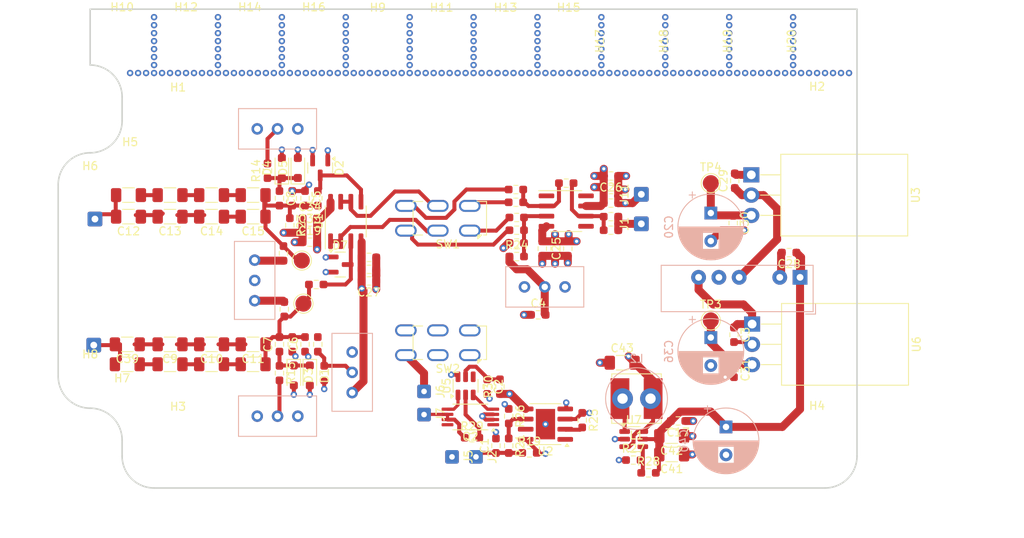
<source format=kicad_pcb>
(kicad_pcb (version 20240108) (generator "pcbnew") (generator_version "8.0")
  (layers (0 "F.Cu" signal) (1 "In1.Cu" signal) (2 "In2.Cu" signal) (31 "B.Cu" signal) (34 "B.Paste" user) (35 "F.Paste" user) (36 "B.SilkS" user "B.Silkscreen") (37 "F.SilkS" user "F.Silkscreen") (38 "B.Mask" user) (39 "F.Mask" user) (44 "Edge.Cuts" user))
  (net 0 "")
  (net 1 "IN+")
  (net 2 "0")
  (net 3 "IN-")
  (net 4 "Net-(C10-Pad1)")
  (net 5 "Net-(C10-Pad2)")
  (net 6 "+5V")
  (net 7 "-5V")
  (net 8 "Net-(R1-Pad1)")
  (net 9 "Net-(C32-Pad2)")
  (net 10 "Net-(R1-Pad2)")
  (net 11 "Net-(R5-Pad1)")
  (net 12 "Net-(R12-Pad1)")
  (net 13 "Net-(R2-Pad2)")
  (net 14 "Net-(R8-Pad2)")
  (net 15 "Net-(R10-Pad1)")
  (net 16 "Net-(R10-Pad2)")
  (net 17 "Net-(C39-Pad1)")
  (net 18 "Net-(U4--)")
  (net 19 "Net-(U4-+)")
  (net 20 "Net-(R17-Pad2)")
  (net 21 "Net-(SW1B-A)")
  (net 22 "Net-(SW1B-C)")
  (net 23 "Net-(SW1A-A)")
  (net 24 "Net-(SW1A-C)")
  (net 25 "Net-(SW1A-B)")
  (net 26 "Net-(SW1B-B)")
  (net 27 "Net-(C12-Pad1)")
  (net 28 "+VBUS")
  (net 29 "Earth")
  (net 30 "Net-(PS1-+Vout)")
  (net 31 "Net-(D1-K)")
  (net 32 "Net-(D4-K)")
  (net 33 "+BAT")
  (net 34 "Net-(U7-SW)")
  (net 35 "Net-(R14-Pad2)")
  (net 36 "Net-(R15-Pad2)")
  (net 37 "Net-(U2-CE)")
  (net 38 "Net-(U2-TEMP)")
  (net 39 "Net-(U2-PROG)")
  (net 40 "Net-(U7-FB)")
  (net 41 "Net-(C15-Pad1)")
  (net 42 "Net-(C11-Pad1)")
  (net 43 "Net-(C13-Pad1)")
  (net 44 "Net-(C14-Pad1)")
  (net 45 "Net-(U1B-+)")
  (net 46 "Net-(U1A-+)")
  (net 47 "Net-(J1-Pin_1)")
  (net 48 "Net-(U5-VCC)")
  (net 49 "-BAT")
  (net 50 "Net-(U5-OC)")
  (net 51 "Net-(U5-OD)")
  (net 52 "Net-(U5-CS)")
  (net 54 "Net-(PS1-+Vin)")
  (net 55 "Net-(PS1--Vout)")
  (net 58 "Net-(SW2A-B)")
  (net 63 "Net-(C4-Pad2)")
  (footprint "Resistor_SMD:R_0603_1608Metric_Pad0.98x0.95mm_HandSolder" (layer "F.Cu") (at 150.6 142.5 -90)
    (property "Reference" "R25")
    (property "Value" "2k" (hide yes))
  )
  (footprint "Connector_Wire:SolderWire-0.127sqmm_1x01_D0.48mm_OD1mm" (layer "F.Cu") (at 130.8 141.8 -90)
    (property "Reference" "J7")
    (property "Value" "Wire2Board" (hide yes))
  )
  (footprint "Resistor_SMD:R_0603_1608Metric_Pad0.98x0.95mm_HandSolder" (layer "F.Cu") (at 140.3 138.3 90)
    (property "Reference" "R30")
    (property "Value" "100" (hide yes))
  )
  (footprint "Resistor_SMD:R_0603_1608Metric_Pad0.98x0.95mm_HandSolder" (layer "F.Cu") (at 116.5 118.7)
    (property "Reference" "C33")
    (property "Value" "100n")
  )
  (footprint "Resistor_SMD:R_0603_1608Metric_Pad0.98x0.95mm_HandSolder" (layer "F.Cu") (at 117.3 125.5 180)
    (property "Reference" "R51" (hide yes))
    (property "Value" "100" (hide yes))
  )
  (footprint "Resistor_SMD:R_0603_1608Metric_Pad0.98x0.95mm_HandSolder" (layer "F.Cu") (at 142.3 115.2 180)
    (property "Reference" "R13" (hide yes))
    (property "Value" "500" (hide yes))
  )
  (footprint "Diode_SMD:D_SOD-323_HandSoldering" (layer "F.Cu") (at 113 110.9 90)
    (property "Reference" "D4")
    (property "Value" "1SV324" (hide yes))
  )
  (footprint "Resistor_SMD:R_1206_3216Metric_Pad1.30x1.75mm_HandSolder" (layer "F.Cu") (at 93.65 133 180)
    (property "Reference" "C39")
    (property "Value" "10p" (hide yes))
  )
  (footprint "Package_SO:SOIC-8_3.9x4.9mm_P1.27mm" (layer "F.Cu") (at 148.6 116.3)
    (property "Reference" "U4" (hide yes))
    (property "Value" "AD8009" (hide yes))
  )
  (footprint "Resistor_SMD:R_1206_3216Metric_Pad1.30x1.75mm_HandSolder" (layer "F.Cu") (at 161.8 146.8 180)
    (property "Reference" "C41")
    (property "Value" "10u")
  )
  (footprint "Resistor_SMD:R_0603_1608Metric_Pad0.98x0.95mm_HandSolder" (layer "F.Cu") (at 162.6 142.6 180)
    (property "Reference" "C17")
    (property "Value" "1u" (hide yes))
  )
  (footprint "Resistor_SMD:R_1206_3216Metric_Pad1.30x1.75mm_HandSolder" (layer "F.Cu") (at 104.2 133 180)
    (property "Reference" "C10")
    (property "Value" "10p" (hide yes))
  )
  (footprint "MountingHole:MountingHole_3.2mm_M3" (layer "F.Cu") (at 133 95)
    (property "Reference" "H11")
    (property "Value" "MountingHole")
  )
  (footprint "Resistor_SMD:R_0603_1608Metric_Pad0.98x0.95mm_HandSolder" (layer "F.Cu") (at 114 118.1 -90)
    (property "Reference" "R23")
    (property "Value" "10M" (hide yes))
  )
  (footprint "MountingHole:MountingHole_2.2mm_M2_ISO7380" (layer "F.Cu") (at 89 113.4)
    (property "Reference" "H6")
    (property "Value" "WireFeedHole" (hide yes))
  )
  (footprint "Resistor_SMD:R_0603_1608Metric_Pad0.98x0.95mm_HandSolder" (layer "F.Cu") (at 154.2 118.7)
    (property "Reference" "R35" (hide yes))
    (property "Value" "100" (hide yes))
  )
  (footprint "Resistor_SMD:R_1206_3216Metric_Pad1.30x1.75mm_HandSolder" (layer "F.Cu") (at 99 117 180)
    (property "Reference" "C13")
    (property "Value" "10p" (hide yes))
  )
  (footprint "Connector_Wire:SolderWire-0.127sqmm_1x01_D0.48mm_OD1mm" (layer "F.Cu") (at 137.3 147.1 -90)
    (property "Reference" "J2")
    (property "Value" "Wire2Board" (hide yes))
  )
  (footprint "Connector_Wire:SolderWire-0.25sqmm_1x01_D0.65mm_OD1.7mm" (layer "F.Cu") (at 89.45 133.1)
    (property "Reference" "J3" (hide yes))
    (property "Value" "wire2board" (hide yes))
  )
  (footprint "Inductor_SMD:L_Bourns_SRN6045TA" (layer "F.Cu") (at 157.4 139.8 180)
    (property "Reference" "L1")
    (property "Value" "4.7u" (hide yes))
  )
  (footprint "MountingHole:MountingHole_3.2mm_M3" (layer "F.Cu") (at 100 145)
    (property "Reference" "H3")
    (property "Value" "MountingHole" (hide yes))
  )
  (footprint "Resistor_SMD:R_0603_1608Metric_Pad0.98x0.95mm_HandSolder" (layer "F.Cu") (at 114.3 133 90)
    (property "Reference" "C24" (hide yes))
    (property "Value" "470p" (hide yes))
  )
  (footprint "Resistor_SMD:R_0603_1608Metric_Pad0.98x0.95mm_HandSolder" (layer "F.Cu") (at 139.8 145.7 90)
    (property "Reference" "C1")
    (property "Value" "1u" (hide yes))
  )
  (footprint "TestPoint:TestPoint_Pad_D2.0mm" (layer "F.Cu") (at 115.5 122.5)
    (property "Reference" "TP2" (hide yes))
    (property "Value" "TestPoint" (hide yes))
  )
  (footprint "MountingHole:MountingHole_2.2mm_M2_ISO7380" (layer "F.Cu") (at 94 110.4)
    (property "Reference" "H5")
    (property "Value" "WireFeedHole" (hide yes))
  )
  (footprint "Package_TO_SOT_SMD:SOT-23" (layer "F.Cu") (at 117.8 110.9 -90)
    (property "Reference" "D2")
    (property "Value" "BAV99" (hide yes))
  )
  (footprint "Resistor_SMD:R_0603_1608Metric_Pad0.98x0.95mm_HandSolder" (layer "F.Cu") (at 123.9 123.6 180)
    (property "Reference" "C18" (hide yes))
    (property "Value" "100n" (hide yes))
  )
  (footprint "Resistor_SMD:R_0603_1608Metric_Pad0.98x0.95mm_HandSolder" (layer "F.Cu") (at 154.2 115.3 180)
    (property "Reference" "C37" (hide yes))
    (property "Value" "1n" (hide yes))
  )
  (footprint "Resistor_SMD:R_1206_3216Metric_Pad1.30x1.75mm_HandSolder" (layer "F.Cu") (at 109.4 114.3)
    (property "Reference" "R11" (hide yes))
    (property "Value" "1 Meg" (hide yes))
  )
  (footprint "Diode_SMD:D_SOD-323_HandSoldering" (layer "F.Cu") (at 116.5 136.9 -90)
    (property "Reference" "D1")
    (property "Value" "1SV324" (hide yes))
  )
  (footprint "Resistor_SMD:R_0603_1608Metric_Pad0.98x0.95mm_HandSolder" (layer "F.Cu") (at 142.4 122)
    (property "Reference" "R24")
    (property "Value" "51k" (hide yes))
  )
  (footprint "MountingHole:MountingHole_2.2mm_M2_ISO7380" (layer "F.Cu") (at 93 140)
    (property "Reference" "H7")
    (property "Value" "WireFeedHole" (hide yes))
  )
  (footprint "Resistor_SMD:R_1206_3216Metric_Pad1.30x1.75mm_HandSolder" (layer "F.Cu") (at 93.8 114.3)
    (property "Reference" "R8" (hide yes))
    (property "Value" "1 Meg" (hide yes))
  )
  (footprint "Connector_Wire:SolderWire-0.25sqmm_1x01_D0.65mm_OD1.7mm" (layer "F.Cu") (at 158 114.2 90)
    (property "Reference" "J11")
    (property "Value" "wire2board" (hide yes))
  )
  (footprint "MountingHole:MountingHole_3.2mm_M3" (layer "F.Cu") (at 181 95 90)
    (property "Reference" "H20")
    (property "Value" "MountingHole")
  )
  (footprint "Resistor_SMD:R_0603_1608Metric_Pad0.98x0.95mm_HandSolder" (layer "F.Cu") (at 154.2 111.9 180)
    (property "Reference" "C26")
    (property "Value" "1u" (hide yes))
  )
  (footprint "Resistor_SMD:R_0603_1608Metric_Pad0.98x0.95mm_HandSolder" (layer "F.Cu") (at 116.5 120.2)
    (property "Reference" "C19")
    (property "Value" "1u")
  )
  (footprint "Resistor_SMD:R_0603_1608Metric_Pad0.98x0.95mm_HandSolder" (layer "F.Cu") (at 157 147.5)
    (property "Reference" "R27")
    (property "Value" "10k" (hide yes))
  )
  (footprint "Resistor_SMD:R_0603_1608Metric_Pad0.98x0.95mm_HandSolder" (layer "F.Cu") (at 115.9 133 90)
    (property "Reference" "C6")
    (property "Value" "470p" (hide yes))
  )
  (footprint "Resistor_SMD:R_1206_3216Metric_Pad1.30x1.75mm_HandSolder" (layer "F.Cu") (at 109.4 133 180)
    (property "Reference" "C11")
    (property "Value" "10p" (hide yes))
  )
  (footprint "Resistor_SMD:R_0603_1608Metric_Pad0.98x0.95mm_HandSolder" (layer "F.Cu") (at 138.7 138.3 -90)
    (property "Reference" "C2")
    (property "Value" "100n" (hide yes))
  )
  (footprint "Resistor_SMD:R_0603_1608Metric_Pad0.98x0.95mm_HandSolder" (layer "F.Cu") (at 141.4 145.7 -90)
    (property "Reference" "R21")
    (property "Value" "10k" (hide yes))
  )
  (footprint "Resistor_SMD:R_0603_1608Metric_Pad0.98x0.95mm_HandSolder" (layer "F.Cu") (at 112.7 133 90)
    (property "Reference" "C7")
    (property "Value" "100n" (hide yes))
  )
  (footprint "Resistor_SMD:R_0603_1608Metric_Pad0.98x0.95mm_HandSolder" (layer "F.Cu") (at 144 146.6)
    (property "Reference" "R19")
    (property "Value" "0.4" (hide yes))
  )
  (footprint "Resistor_SMD:R_0603_1608Metric_Pad0.98x0.95mm_HandSolder" (layer "F.Cu") (at 169.6 131.8 -90)
    (property "Reference" "C3")
    (property "Value" "1u" (hide yes))
  )
  (footprint "MountingHole:MountingHole_3.2mm_M3" (layer "F.Cu") (at 173 95 90)
    (property "Reference" "H19")
    (property "Value" "MountingHole")
  )
  (footprint "MountingHole:MountingHole_3.2mm_M3" (layer "F.Cu") (at 157 95 90)
    (property "Reference" "H17")
    (property "Value" "MountingHole")
  )
  (footprint "Package_SO:TSSOP-8_4.4x3mm_P0.65mm" (layer "F.Cu") (at 136.6 142.1 180)
    (property "Reference" "Q2")
    (property "Value" "FS8205A" (hide yes))
  )
  (footprint "Resistor_SMD:R_1206_3216Metric_Pad1.30x1.75mm_HandSolder" (layer "F.Cu") (at 93.8 117 180)
    (property "Reference" "C12")
    (property "Value" "10p" (hide yes))
  )
  (footprint "Diode_SMD:D_SOD-323_HandSoldering" (layer "F.Cu") (at 114.5 136.9 -90)
    (property "Reference" "D3")
    (property "Value" "1SV324" (hide yes))
  )
  (footprint "DS100M06V_linear:DPDT_bigger" (layer "F.Cu") (at 136.525 134.45 180)
    (property "Reference" "SW2")
    (property "Value" "SW_DPDT_x2" (hide yes))
  )
  (footprint "Resistor_SMD:R_0603_1608Metric_Pad0.98x0.95mm_HandSolder" (layer "F.Cu") (at 148.6 112.8)
    (property "Reference" "R18" (hide yes))
    (property "Value" "1k" (hide yes))
  )
  (footprint "Resistor_SMD:R_1206_3216Metric_Pad1.30x1.75mm_HandSolder" (layer "F.Cu") (at 161.8 144.5 180)
    (property "Reference" "C42")
    (property "Value" "10u")
  )
  (footprint "Connector_Wire:SolderWire-0.25sqmm_1x01_D0.65mm_OD1.7mm" (layer "F.Cu") (at 89.6 117.3)
    (property "Reference" "J4" (hide yes))
    (property "Value" "wire2board" (hide yes))
  )
  (footprint "Resistor_SMD:R_0603_1608Metric_Pad0.98x0.95mm_HandSolder" (layer "F.Cu") (at 141.4 142 -90)
    (property "Reference" "R26")
    (property "Value" "20k" (hide yes))
  )
  (footprint "Resistor_SMD:R_0603_1608Metric_Pad0.98x0.95mm_HandSolder" (layer "F.Cu") (at 145.1 129.3)
    (property "Reference" "C4")
    (property "Value" "100n")
  )
  (footprint "Resistor_SMD:R_1206_3216Metric_Pad1.30x1.75mm_HandSolder" (layer "F.Cu") (at 109.4 117 180)
    (property "Reference" "C15")
    (property "Value" "10p" (hide yes))
  )
  (footprint "Resistor_SMD:R_1206_3216Metric_Pad1.30x1.75mm_HandSolder" (layer "F.Cu") (at 99 114.3)
    (property "Reference" "R9" (hide yes))
    (property "Value" "1 Meg" (hide yes))
  )
  (footprint "Package_SO:SOIC-8-1EP_3.9x4.9mm_P1.27mm_EP2.41x3.81mm" (layer "F.Cu") (at 146 143 180)
    (property "Reference" "U2")
    (property "Value" "TP4056" (hide yes))
  )
  (footprint "MountingHole:MountingHole_3.2mm_M3" (layer "F.Cu") (at 165 95 90)
    (property "Reference" "H18")
    (property "Value" "MountingHole")
  )
  (footprint "Resistor_SMD:R_0603_1608Metric_Pad0.98x0.95mm_HandSolder" (layer "F.Cu") (at 112.7 114.7 -90)
    (property "Reference" "C8")
    (property "Value" "100n" (hide yes))
  )
  (footprint "MountingHole:MountingHole_3.2mm_M3" (layer "F.Cu") (at 125 95)
    (property "Reference" "H9")
    (property "Value" "MountingHole")
  )
  (footprint "Resistor_SMD:R_0603_1608Metric_Pad0.98x0.95mm_HandSolder" (layer "F.Cu") (at 112.7 136.6 -90)
    (property "Reference" "R15")
    (property "Value" "100k" (hide yes))
  )
  (footprint "Resistor_SMD:R_0603_1608Metric_Pad0.98x0.95mm_HandSolder" (layer "F.Cu") (at 169.7 112.5 90)
    (property "Reference" "C29")
    (property "Value" "1u" (hide yes))
  )
  (footprint "Resistor_SMD:R_0603_1608Metric_Pad0.98x0.95mm_HandSolder" (layer "F.Cu") (at 176.5 121.5 180)
    (property "Reference" "C28")
    (property "Value" "1u" (hide yes))
  )
  (footprint "Connector_Wire:SolderWire-0.127sqmm_1x01_D0.48mm_OD1mm" (layer "F.Cu") (at 134.3 147.1 -90)
    (property "Reference" "J5")
    (property "Value" "Wire2Board" (hide yes))
  )
  (footprint "Diode_SMD:D_SOD-323_HandSoldering" (layer "F.Cu") (at 115 110.9 90)
    (property "Reference" "D5")
    (property "Value" "1SV324" (hide yes))
  )
  (footprint "Resistor_SMD:R_0603_1608Metric_Pad0.98x0.95mm_HandSolder" (layer "F.Cu") (at 113.2 121.6 90)
    (property "Reference" "R12" (hide yes))
    (property "Value" "10k" (hide yes))
  )
  (footprint "Resistor_SMD:R_0603_1608Metric_Pad0.98x0.95mm_HandSolder" (layer "F.Cu") (at 169.6 136.2 -90)
    (property "Reference" "C31")
    (property "Value" "1u" (hide yes))
  )
  (footprint "Resistor_SMD:R_0603_1608Metric_Pad0.98x0.95mm_HandSolder" (layer "F.Cu") (at 154.2 113.6 180)
    (property "Reference" "C21" (hide yes))
    (property "Value" "100n" (hide yes))
  )
  (footprint "Resistor_SMD:R_1206_3216Metric_Pad1.30x1.75mm_HandSolder" (layer "F.Cu") (at 99 135.5)
    (property "Reference" "R1" (hide yes))
    (property "Value" "1 Meg" (hide yes))
  )
  (footprint "Package_TO_SOT_SMD:SOT-23-6" (layer "F.Cu") (at 136 138.2 90)
    (property "Reference" "U5")
    (property "Value" "DW01A" (hide yes))
  )
  (footprint "Resistor_SMD:R_0603_1608Metric_Pad0.98x0.95mm_HandSolder" (layer "F.Cu") (at 142.4 117.1)
    (property "Reference" "R16" (hide yes))
    (property "Value" "50" (hide yes))
  )
  (footprint "Connector_Wire:SolderWire-0.127sqmm_1x01_D0.48mm_OD1mm" (layer "F.Cu") (at 130.8 138.9 -90)
    (property "Reference" "J6")
    (property "Value" "Wire2Board" (hide yes))
  )
  (footprint "Resistor_SMD:R_0603_1608Metric_Pad0.98x0.95mm_HandSolder" (layer "F.Cu") (at 114.3 114.7 -90)
    (property "Reference" "C23" (hide yes))
    (property "Value" "470p" (hide yes))
  )
  (footprint "Resistor_SMD:R_1206_3216Metric_Pad1.30x1.75mm_HandSolder" (layer "F.Cu") (at 104.2 135.5)
    (property "Reference" "R2" (hide yes))
    (property "Value" "1 Meg" (hide yes))
  )
  (footprint "MountingHole:MountingHole_3.2mm_M3" (layer "F.Cu") (at 180 144.9)
    (property "Reference" "H4")
    (property "Value" "MountingHole" (hide yes))
  )
  (footprint "TestPoint:TestPoint_Pad_D2.0mm" (layer "F.Cu") (at 166.7 130)
    (property "Reference" "TP3")
    (property "Value" "TestPoint")
  )
  (footprint "Connector_Wire:SolderWire-0.25sqmm_1x01_D0.65mm_OD1.7mm" (layer "F.Cu") (at 158 117.9 90)
    (property "Reference" "J1")
    (property "Value" "wire2board" (hide yes))
  )
  (footprint "TestPoint:TestPoint_Pad_D2.0mm" (layer "F.Cu") (at 115.7 127.9)
    (property "Reference" "TP1" (hide yes))
    (property "Value" "TestPoint" (hide yes))
  )
  (footprint "MountingHole:MountingHole_3.2mm_M3" (layer "F.Cu") (at 100 105)
    (property "Reference" "H1")
    (property "Value" "MountingHole" (hide yes))
  )
  (footprint "MountingHole:MountingHole_2.2mm_M2_ISO7380" (layer "F.Cu") (at 89 137)
    (property "Reference" "H8")
    (property "Value" "WireFeedHole" (hide yes))
  )
  (footprint "MountingHole:MountingHole_3.2mm_M3" (layer "F.Cu") (at 141 95)
    (property "Reference" "H13")
    (property "Value" "MountingHole")
  )
  (footprint "Resistor_SMD:R_0603_1608Metric_Pad0.98x0.95mm_HandSolder" (layer "F.Cu") (at 142.4 118.7)
    (property "Reference" "R20" (hide yes))
    (property "Value" "500" (hide yes))
  )
  (footprint "Package_TO_SOT_SMD:SOT-23" (layer "F.Cu") (at 120.3 123)
    (property "Reference" "D7")
    (property "Value" "BAV99" (hide yes))
  )
  (footprint "Resistor_SMD:R_0603_1608Metric_Pad0.98x0.95mm_HandSolder" (layer "F.Cu") (at 154.2 117 180)
    (property "Reference" "R17" (hide yes))
    (property "Value" "100" (hide yes))
  )
  (footprint "Resistor_SMD:R_0603_1608Metric_Pad0.98x0.95mm_HandSolder" (layer "F.Cu") (at 136.8 144.7)
    (property "Reference" "R29")
    (property "Value" "1k" (hide yes))
  )
  (footprint "Resistor_SMD:R_0603_1608Metric_Pad0.98x0.95mm_HandSolder" (layer "F.Cu") (at 142.3 113.6 180)
    (property "Reference" "R6" (hide yes))
    (property "Value" "50" (hide yes))
  )
  (footprint "Package_SO:SOIC-8_3.9x4.9mm_P1.27mm" (layer "F.Cu") (at 121 117.6 90)
    (property "Reference" "U1")
    (property "Value" "AD8039" (hide yes))
  )
  (footprint "MountingHole:MountingHole_3.2mm_M3" (layer "F.Cu") (at 117 94.95)
    (property "Reference" "H16")
    (property "Value" "MountingHole")
  )
  (footprint "DS100M06V_linear:DPDT_bigger" (layer "F.Cu") (at 136.525 118.85 180)
    (property "Reference" "SW1")
    (property "Value" "SW_DPDT_x2" (hide yes))
  )
  (footprint "Package_TO_SOT_THT:TO-220-3_Horizontal_TabDown" (layer "F.Cu") (at 171.77 111.76 -90)
    (property "Reference" "U3")
    (property "Value" "L7905" (hide yes))
  )
  (footprint "Resistor_SMD:R_0603_1608Metric_Pad0.98x0.95mm_HandSolder" (layer "F.Cu") (at 117.5 114.7 -90)
    (property "Reference" "R52" (hide yes))
    (property "Value" "100" (hide yes))
  )
  (footprint "Resistor_SMD:R_0603_1608Metric_Pad0.98x0.95mm_HandSolder" (layer "F.Cu") (at 158.9 149.1)
    (property "Reference" "R28")
    (property "Value" "10k" (hide yes))
  )
  (footprint "Resistor_SMD:R_0603_1608Metric_Pad0.98x0.95mm_HandSolder" (layer "F.Cu") (at 111.2 111.25 90)
    (property "Reference" "R14")
    (property "Value" "100k" (hide yes))
  )
  (footprint "Resistor_SMD:R_0603_1608Metric_Pad0.98x0.95mm_HandSolder" (layer "F.Cu") (at 148.8 121 90)
    (property "Reference" "C25")
    (property "Value" "1n" (hide yes))
  )
  (footprint "Resistor_SMD:R_1206_3216Metric_Pad1.30x1.75mm_HandSolder" (layer "F.Cu") (at 104.2 117 180)
    (property "Reference" "C14")
    (property "Value" "10p" (hide yes))
  )
  (footprint "Resistor_SMD:R_0603_1608Metric_Pad0.98x0.95mm_HandSolder" (layer "F.Cu") (at 115.9 114.7 -90)
    (property "Reference" "C5")
    (property "Value" "470p" (hide yes))
  )
  (footprint "Resistor_SMD:R_1206_3216Metric_Pad1.30x1.75mm_HandSolder" (layer "F.Cu") (at 109.4 135.5)
    (property "Reference" "R3" (hide yes))
    (property "Value" "1 Meg" (hide yes))
  )
  (footprint "Resistor_SMD:R_0603_1608Metric_Pad0.98x0.95mm_HandSolder" (layer "F.Cu") (at 117.5 133 -90)
    (property "Reference" "R7" (hide yes))
    (property "Value" "10M" (hide yes))
  )
  (footprint "Package_TO_SOT_THT:TO-220-3_Horizontal_TabDown" (layer "F.Cu") (at 171.87 130.46 -90)
    (property "Reference" "U6")
    (property "Value" "L7805" (hide yes))
  )
  (footprint "Package_TO_SOT_SMD:SOT-23-6" (layer "F.Cu") (at 157.05 144.875)
    (property "Reference" "U7")
    (property "Value" "TLV61070ADBVR" (hide yes))
  )
  (footprint "MountingHole:MountingHole_3.2mm_M3" (layer "F.Cu") (at 180 104.9)
    (property "Reference" "H2")
    (property "Value" "MountingHole" (hide yes))
  )
  (footprint "Resistor_SMD:R_0603_1608Metric_Pad0.98x0.95mm_HandSolder" (layer "F.Cu") (at 123.9 122.1 180)
    (property "Reference" "C35" (hide yes))
    (property "Value" "1n" (hide yes))
  )
  (footprint "MountingHole:MountingHole_3.2mm_M3" (layer "F.Cu") (at 109 94.95)
    (property "Reference" "H14")
    (property "Value" "MountingHole")
  )
  (footprint "Resistor_SMD:R_1206_3216Metric_Pad1.30x1.75mm_HandSolder" (layer "F.Cu") (at 93.65 135.5)
    (property "Reference" "R4" (hide yes))
    (property "Value" "1 Meg" (hide yes))
  )
  (footprint "Resistor_SMD:R_0603_1608Metric_Pad0.98x0.95mm_HandSolder" (layer "F.Cu") (at 169.5 117.8 -90)
    (property "Reference" "C30")
    (property "Value" "1u" (hide yes))
  )
  (footprint "Resistor_SMD:R_0603_1608Metric_Pad0.98x0.95mm_HandSolder" (layer "F.Cu") (at 147.2 121 90)
    (property "Reference" "C22" (hide yes))
    (property "Value" "100n" (hide yes))
  )
  (footprint "Resistor_SMD:R_0603_1608Metric_Pad0.98x0.95mm_HandSolder" (layer "F.Cu") (at 123.9 125.05 180)
    (property "Reference" "C27")
    (property "Value" "1u" (hide yes))
  )
  (footprint "Resistor_SMD:R_1206_3216Metric_Pad1.30x1.75mm_HandSolder" (layer "F.Cu") (at 104.2 114.3)
    (property "Reference" "R10" (hide yes))
    (property "Value" "1 Meg" (hide yes))
  )
  (footprint "Resistor_SMD:R_0603_1608Metric_Pad0.98x0.95mm_HandSolder" (layer "F.Cu") (at 142.4 120.3 180)
    (property "Reference" "R22" (hide yes))
    (property "Value" "1k" (hide yes))
  )
  (footprint "MountingHole:MountingHole_3.2mm_M3" (layer "F.Cu") (at 148.9 95)
    (property "Reference" "H15")
    (property "Value" "MountingHole")
  )
  (footprint "MountingHole:MountingHole_3.2mm_M3" (layer "F.Cu") (at 101 94.95)
    (property "Reference" "H12")
    (property "Value" "MountingHole")
  )
  (footprint "Resistor_SMD:R_0603_1608Metric_Pad0.98x0.95mm_HandSolder" (layer "F.Cu") (at 113.3 128.6 -90)
    (property "Reference" "R5" (hide yes))
    (property "Value" "10k" (hide yes))
  )
  (footprint "Resistor_SMD:R_0603_1608Metric_Pad0.98x0.95mm_HandSolder" (layer "F.Cu") (at 118.3 136.6 90)
    (property "Reference" "C32" (hide yes))
    (property "Value" "100n" (hide yes))
  )
  (footprint "Resistor_SMD:R_0603_1608Metric_Pad0.98x0.95mm_HandSolder" (layer "F.Cu") (at 145.6 121 90)
    (property "Reference" "C38" (hide yes))
    (property "Value" "100n" (hide yes))
  )
  (footprint "Resistor_SMD:R_1206_3216Metric_Pad1.30x1.75mm_HandSolder" (layer "F.Cu") (at 155.6 135.3)
    (property "Reference" "C43")
    (property "Value" "10u")
  )
  (footprint "MountingHole:MountingHole_3.2mm_M3" (layer "F.Cu") (at 93 94.95)
    (property "Reference" "H10")
    (property "Value" "MountingHole")
  )
  (footprint "TestPoint:TestPoint_Pad_D2.0mm" (layer "F.Cu") (at 166.7 112.8)
    (property "Reference" "TP4")
    (property "Value" "TestPoint" (hide yes))
  )
  (footprint "Resistor_SMD:R_1206_3216Metric_Pad1.30x1.75mm_HandSolder" (layer "F.Cu") (at 99 133 180)
    (property "Reference" "C9")
    (property "Value" "10p" (hide yes))
  )
  (footprint "Resistor_SMD:R_0603_1608Metric_Pad0.98x0.95mm_HandSolder" (layer "F.Cu") (at 116.5 117.2)
    (property "Reference" "C34")
    (property "Value" "1n")
  )
  (footprint "Capacitor_THT:CP_Radial_D8.0mm_P3.50mm" (layer "B.Cu") (at 166.7 132.147349 -90)
    (property "Reference" "C36")
    (property "Value" "470u")
  )
  (footprint "DS100M06V_linear:red_safety_4mm_connector" (layer "B.Cu") (at 97 118 180)
    (property "Reference" "J9" (hide yes))
    (property "Value" "black_safety_4mm_connector" (hide yes))
  )
  (footprint "DS100M06V_linear:BNC_panel_mount" (layer "B.Cu") (at 190.9 115.9 180)
    (property "Reference" "J10" (hide yes))
    (property "Value" "BNC_panel_mount" (hide yes))
  )
  (footprint "Capacitor_THT:CP_Radial_D8.0mm_P3.50mm" (layer "B.Cu") (at 168.6 143.347349 -90)
    (property "Reference" "C40")
    (property "Value" "470u")
  )
  (footprint "Potentiometer_THT:Potentiometer_Bourns_3296W_Vertical" (layer "B.Cu") (at 115 106)
    (property "Reference" "RV6" (hide yes))
    (property "Value" "100k" (hide yes))
  )
  (footprint "Inductor_THT:L_Radial_D7.5mm_P3.50mm_Fastron_07P" (layer "B.Cu") (at 159.15 139.8 180)
    (property "Reference" "L2")
    (property "Value" "4.7u")
  )
  (footprint "Converter_DCDC:Converter_DCDC_XP_POWER-IAxxxxS_THT" (layer "B.Cu") (at 177.87 124.605 90)
    (property "Reference" "PS1" (hide yes))
    (property "Value" "IA0509S" (hide yes))
  )
  (footprint "Capacitor_THT:CP_Radial_D8.0mm_P3.50mm" (layer "B.Cu") (at 166.7 116.547349 -90)
    (property "Reference" "C20")
    (property "Value" "470u")
  )
  (footprint "Potentiometer_THT:Potentiometer_Bourns_3296W_Vertical" (layer "B.Cu") (at 115 142)
    (property "Reference" "RV5" (hide yes))
    (property "Value" "100k" (hide yes))
  )
  (footprint "Potentiometer_THT:Potentiometer_Bourns_3296W_Vertical" (layer "B.Cu") (at 109.6 122.45 90)
    (property "Reference" "RV2" (hide yes))
    (property "Value" "100" (hide yes))
  )
  (footprint "Potentiometer_THT:Potentiometer_Bourns_3296W_Vertical" (layer "B.Cu") (at 148.45 125.8)
    (property "Reference" "RV4" (hide yes))
    (property "Value" "100k" (hide yes))
  )
  (footprint "DS100M06V_linear:red_safety_4mm_connector" (layer "B.Cu") (at 97 132 180)
    (property "Reference" "J8" (hide yes))
    (property "Value" "red_safety_4mm_connector" (hide yes))
  )
  (footprint "Potentiometer_THT:Potentiometer_Bourns_3296W_Vertical" (layer "B.Cu") (at 121.8 139.05 -90)
    (property "Reference" "RV1" (hide yes))
    (property "Value" "100k" (hide yes))
  )
  (gr_line (start 116.3 134.5) (end 115.7 134) (stroke (width 0.2)) (layer "F.Cu") (net 2))
  (gr_line (start 185 91) (end 89 91) (stroke (width 0.2)) (layer "Edge.Cuts"))
  (gr_arc (start 89 141) (mid 91.828427 142.171573) (end 93 145) (stroke (width 0.2)) (layer "Edge.Cuts"))
  (gr_line (start 97 151) (end 181 151) (stroke (width 0.2)) (layer "Edge.Cuts"))
  (gr_line (start 93 145) (end 93 147) (stroke (width 0.2)) (layer "Edge.Cuts"))
  (gr_line (start 89 91) (end 89 98) (stroke (width 0.2)) (layer "Edge.Cuts"))
  (gr_arc (start 89 98) (mid 91.828427 99.171573) (end 93 102) (stroke (width 0.2)) (layer "Edge.Cuts"))
  (gr_line (start 85 113) (end 85 137) (stroke (width 0.2)) (layer "Edge.Cuts"))
  (gr_arc (start 85 113) (mid 86.171573 110.171573) (end 89 109) (stroke (width 0.2)) (layer "Edge.Cuts"))
  (gr_line (start 93 102) (end 93 105) (stroke (width 0.2)) (layer "Edge.Cuts"))
  (gr_arc (start 97 151) (mid 94.171573 149.828427) (end 93 147) (stroke (width 0.2)) (layer "Edge.Cuts"))
  (gr_arc (start 93 105) (mid 91.828427 107.828427) (end 89 109) (stroke (width 0.2)) (layer "Edge.Cuts"))
  (gr_arc (start 185 147) (mid 183.828427 149.828427) (end 181 151) (stroke (width 0.2)) (layer "Edge.Cuts"))
  (gr_line (start 185 147) (end 185 91) (stroke (width 0.2)) (layer "Edge.Cuts"))
  (gr_arc (start 89 141) (mid 86.171573 139.828427) (end 85 137) (stroke (width 0.2)) (layer "Edge.Cuts"))
  (segment (start 92.6375 133.1) (end 92.7375 133) (width 0.5) (layer "F.Cu") (net 1))
  (segment (start 92.7375 133) (end 92.7375 134.8625) (width 0.5) (layer "F.Cu") (net 1))
  (segment (start 92.7375 134.8625) (end 92.1 135.5) (width 0.5) (layer "F.Cu") (net 1))
  (segment (start 89.85 133.1) (end 92.6375 133.1) (width 0.5) (layer "F.Cu") (net 1))
  (segment (start 170.9 118.7125) (end 168.034849 118.7125) (width 1) (layer "F.Cu") (net 2))
  (segment (start 124.8125 124.4) (end 124.8125 123.65) (width 1) (layer "F.Cu") (net 2))
  (segment (start 155.1125 114.4125) (end 155.1125 115.3) (width 1) (layer "F.Cu") (net 2))
  (segment (start 155.1 114.4) (end 155.1125 114.4125) (width 1) (layer "F.Cu") (net 2))
  (segment (start 169.6 132.7125) (end 171.5825 132.7125) (width 0.5) (layer "F.Cu") (net 2))
  (segment (start 171.77 111.76) (end 169.8725 111.76) (width 1) (layer "F.Cu") (net 2))
  (segment (start 115.5875 120.2) (end 115.5875 117.2) (width 1) (layer "F.Cu") (net 2))
  (segment (start 114.7 134.3125) (end 114.3 133.9125) (width 0.5) (layer "F.Cu") (net 2))
  (segment (start 145.6 121.9125) (end 148.8 121.9125) (width 1) (layer "F.Cu") (net 2))
  (segment (start 158 114.2) (end 156.9 115.3) (width 1) (layer "F.Cu") (net 2))
  (segment (start 116.308118 134.320618) (end 115.9 133.9125) (width 0.5) (layer "F.Cu") (net 2))
  (segment (start 115.9 113.5) (end 116.4 113) (width 0.5) (layer "F.Cu") (net 2))
  (segment (start 113.2125 119.0125) (end 115.5875 119.0125) (width 1) (layer "F.Cu") (net 2))
  (segment (start 118.3 138.6) (end 118.3 137.5125) (width 0.5) (layer "F.Cu") (net 2))
  (segment (start 155.1125 114.3875) (end 155.1 114.4) (width 1) (layer "F.Cu") (net 2))
  (segment (start 114.5 139.3) (end 114.5 138.15) (width 0.5) (layer "F.Cu") (net 2))
  (segment (start 168.034849 118.7125) (end 166.7 120.047349) (width 1) (layer "F.Cu") (net 2))
  (segment (start 141.4875 120.3) (end 141.367594 120.3) (width 1) (layer "F.Cu") (net 2))
  (segment (start 115 108.6) (end 115 109.65) (width 0.5) (layer "F.Cu") (net 2))
  (segment (start 147.2 121.9125) (end 147.2 122.9) (width 1) (layer "F.Cu") (net 2))
  (segment (start 124.8125 123.6) (end 124.8125 122.1) (width 0.5) (layer "F.Cu") (net 2))
  (segment (start 171.5825 132.7125) (end 171.87 133) (width 0.5) (layer "F.Cu") (net 2))
  (segment (start 124.9125 123.75) (end 124.9125 123.75) (width 0.5) (layer "F.Cu") (net 2))
  (segment (start 168.5 137.1125) (end 169.6 137.1125) (width 0.5) (layer "F.Cu") (net 2))
  (segment (start 156 115.3) (end 156.9 115.3) (width 1) (layer "F.Cu") (net 2))
  (segment (start 113 108.6) (end 113 109.65) (width 0.5) (layer "F.Cu") (net 2))
  (segment (start 155.1125 111.9) (end 155.1125 114.3875) (width 1) (layer "F.Cu") (net 2))
  (segment (start 115.9 113.7875) (end 115.9 113.5) (width 0.5) (layer "F.Cu") (net 2))
  (segment (start 116.5 139.3) (end 116.5 138.15) (width 0.5) (layer "F.Cu") (net 2))
  (segment (start 169.8725 111.76) (end 169.7 111.5875) (width 1) (layer "F.Cu") (net 2))
  (segment (start 124.8125 124.4) (end 124.8125 122.1) (width 1) (layer "F.Cu") (net 2))
  (segment (start 155.1125 115.3) (end 156 115.3) (width 1) (layer "F.Cu") (net 2))
  (segment (start 156 113.6) (end 155.1125 113.6) (width 1) (layer "F.Cu") (net 2))
  (segment (start 144.1875 129.3) (end 143.3 129.3) (width 1) (layer "F.Cu") (net 2))
  (segment (start 141.367594 120.3) (end 140.733797 120.933797) (width 1) (layer "F.Cu") (net 2))
  (segment (start 114.7 134.5) (end 114.7 134.3125) (width 0.5) (layer "F.Cu") (net 2))
  (segment (start 145.6 121.9125) (end 145.6 122.9) (width 1) (layer "F.Cu") (net 2))
  (segment (start 115.5875 120.2) (end 115.5875 118.7) (width 1) (layer "F.Cu") (net 2))
  (segment (start 155.1125 111.9) (end 156.1 111.9) (width 1) (layer "F.Cu") (net 2))
  (segment (start 155.1 115.45) (end 155.1125 115.4625) (width 0.5) (layer "F.Cu") (net 2))
  (segment (start 114.3 113.7875) (end 115.9 113.7875) (width 0.5) (layer "F.Cu") (net 2))
  (segment (start 148.8 121.9125) (end 148.8 122.8) (width 1) (layer "F.Cu") (net 2))
  (segment (start 124.8125 126.1) (end 124.8125 124.4) (width 1) (layer "F.Cu") (net 2))
  (segment (start 124.8 123.6375) (end 124.8125 123.65) (width 0.5) (layer "F.Cu") (net 2))
  (segment (start 113 108.6) (end 113.1 108.5) (width 0.5) (layer "F.Cu") (net 2))
  (segment (start 115.5875 119.0125) (end 115.5875 120.2) (width 1) (layer "F.Cu") (net 2))
  (segment (start 114.6 120.2) (end 115.5875 120.2) (width 1) (layer "F.Cu") (net 2))
  (segment (start 116.308118 134.55) (end 116.308118 134.320618) (width 0.5) (layer "F.Cu") (net 2))
  (via (at 177 96) (size 0.8) (drill 0.4) (layers "F.Cu" "B.Cu") (net 2))
  (via (at 137 96) (size 0.8) (drill 0.4) (layers "F.Cu" "B.Cu") (net 2))
  (via (at 153 97) (size 0.8) (drill 0.4) (layers "F.Cu" "B.Cu") (net 2))
  (via (at 113 95) (size 0.8) (drill 0.4) (layers "F.Cu" "B.Cu") (net 2))
  (via (at 140 99) (size 0.8) (drill 0.4) (layers "F.Cu" "B.Cu") (net 2))
  (via (at 114.3 113.7875) (size 0.8) (drill 0.4) (layers "F.Cu" "B.Cu") (net 2))
  (via (at 113 93) (size 0.8) (drill 0.4) (layers "F.Cu" "B.Cu") (net 2))
  (via (at 161 99) (size 0.8) (drill 0.4) (layers "F.Cu" "B.Cu") (net 2))
  (via (at 177 92) (size 0.8) (drill 0.4) (layers "F.Cu" "B.Cu") (net 2))
  (via (at 113 97) (size 0.8) (drill 0.4) (layers "F.Cu" "B.Cu") (net 2))
  (via (at 124.8125 126.1) (size 0.8) (drill 0.4) (layers "F.Cu" "B.Cu") (net 2))
  (via (at 121 96) (size 0.8) (drill 0.4) (layers "F.Cu" "B.Cu") (net 2))
  (via (at 115 108.6) (size 0.8) (drill 0.4) (layers "F.Cu" "B.Cu") (net 2))
  (via (at 145 95) (size 0.8) (drill 0.4) (layers "F.Cu" "B.Cu") (net 2))
  (via (at 136 99) (size 0.8) (drill 0.4) (layers "F.Cu" "B.Cu") (net 2))
  (via (at 145 99) (size 0.8) (drill 0.4) (layers "F.Cu" "B.Cu") (net 2))
  (via (at 97 97) (size 0.8) (drill 0.4) (layers "F.Cu" "B.Cu") (net 2))
  (via (at 138 99) (size 0.8) (drill 0.4) (layers "F.Cu" "B.Cu") (net 2))
  (via (at 178 99) (size 0.8) (drill 0.4) (layers "F.Cu" "B.Cu") (net 2))
  (via (at 105 99) (size 0.8) (drill 0.4) (layers "F.Cu" "B.Cu") (net 2))
  (via (at 169 94) (size 0.8) (drill 0.4) (layers "F.Cu" "B.Cu") (net 2))
  (via (at 114.6 120.2) (size 0.8) (drill 0.4) (layers "F.Cu" "B.Cu") (net 2))
  (via (at 101 99) (size 0.8) (drill 0.4) (layers "F.Cu" "B.Cu") (net 2))
  (via (at 113 108.6) (size 0.8) (drill 0.4) (layers "F.Cu" "B.Cu") (net 2))
  (via (at 157 99) (size 0.8) (drill 0.4) (layers "F.Cu" "B.Cu") (net 2))
  (via (at 113 92) (size 0.8) (drill 0.4) (layers "F.Cu" "B.Cu") (net 2))
  (via (at 159 99) (size 0.8) (drill 0.4) (layers "F.Cu" "B.Cu") (net 2))
  (via (at 132 99) (size 0.8) (drill 0.4) (layers "F.Cu" "B.Cu") (net 2))
  (via (at 165 99) (size 0.8) (drill 0.4) (layers "F.Cu" "B.Cu") (net 2))
  (via (at 97 92) (size 0.8) (drill 0.4) (layers "F.Cu" "B.Cu") (net 2))
  (via (at 134 99) (size 0.8) (drill 0.4) (layers "F.Cu" "B.Cu") (net 2))
  (via (at 135 99) (size 0.8) (drill 0.4) (layers "F.Cu" "B.Cu") (net 2))
  (via (at 145 98) (size 0.8) (drill 0.4) (layers "F.Cu" "B.Cu") (net 2))
  (via (at 110 99) (size 0.8) (drill 0.4) (layers "F.Cu" "B.Cu") (net 2))
  (via (at 113 98) (size 0.8) (drill 0.4) (layers "F.Cu" "B.Cu") (net 2))
  (via (at 152 99) (size 0.8) (drill 0.4) (layers "F.Cu" "B.Cu") (net 2))
  (via (at 147 99) (size 0.8) (drill 0.4) (layers "F.Cu" "B.Cu") (net 2))
  (via (at 97 96) (size 0.8) (drill 0.4) (layers "F.Cu" "B.Cu") (net 2))
  (via (at 105 92) (size 0.8) (drill 0.4) (layers "F.Cu" "B.Cu") (net 2))
  (via (at 95 99) (size 0.8) (drill 0.4) (layers "F.Cu" "B.Cu") (net 2))
  (via (at 153 93) (size 0.8) (drill 0.4) (layers "F.Cu" "B.Cu") (net 2))
  (via (at 97 93) (size 0.8) (drill 0.4) (layers "F.Cu" "B.Cu") (net 2))
  (via (at 116.5 139.3) (size 0.8) (drill 0.4) (layers "F.Cu" "B.Cu") (net 2))
  (via (at 145 94) (size 0.8) (drill 0.4) (layers "F.Cu" "B.Cu") (net 2))
  (via (at 153 94) (size 0.8) (drill 0.4) (layers "F.Cu" "B.Cu") (net 2))
  (via (at 124 99) (size 0.8) (drill 0.4) (layers "F.Cu" "B.Cu") (net 2))
  (via (at 108 99) (size 0.8) (drill 0.4) (layers "F.Cu" "B.Cu") (net 2))
  (via (at 133 99) (size 0.8) (drill 0.4) (layers "F.Cu" "B.Cu") (net 2))
  (via (at 129 95) (size 0.8) (drill 0.4) (layers "F.Cu" "B.Cu") (net 2))
  (via (at 99 99) (size 0.8) (drill 0.4) (layers "F.Cu" "B.Cu") (net 2))
  (via (at 113 94) (size 0.8) (drill 0.4) (layers "F.Cu" "B.Cu") (net 2))
  (via (at 148.8 122.8) (size 0.8) (drill 0.4) (layers "F.Cu" "B.Cu") (net 2))
  (via (at 137 99) (size 0.8) (drill 0.4) (layers "F.Cu" "B.Cu") (net 2))
  (via (at 97 99) (size 0.8) (drill 0.4) (layers "F.Cu" "B.Cu") (net 2))
  (via (at 141 99) (size 0.8) (drill 0.4) (layers "F.Cu" "B.Cu") (net 2))
  (via (at 125 99) (size 0.8) (drill 0.4) (layers "F.Cu" "B.Cu") (net 2))
  (via (at 156 99) (size 0.8) (drill 0.4) (layers "F.Cu" "B.Cu") (net 2))
  (via (at 113 99) (size 0.8) (drill 0.4) (layers "F.Cu" "B.Cu") (net 2))
  (via (at 161 97) (size 0.8) (drill 0.4) (layers "F.Cu" "B.Cu") (net 2))
  (via (at 161 95) (size 0.8) (drill 0.4) (layers "F.Cu" "B.Cu") (net 2))
  (via (at 98 99) (size 0.8) (drill 0.4) (layers "F.Cu" "B.Cu") (net 2))
  (via (at 177 97) (size 0.8) (drill 0.4) (layers "F.Cu" "B.Cu") (net 2))
  (via (at 102 99) (size 0.8) (drill 0.4) (layers "F.Cu" "B.Cu") (net 2))
  (via (at 113.2125 119.0125) (size 0.8) (drill 0.4) (layers "F.Cu" "B.Cu") (net 2))
  (via (at 106 99) (size 0.8) (drill 0.4) (layers "F.Cu" "B.Cu") (net 2))
  (via (at 161 96) (size 0.8) (drill 0.4) (layers "F.Cu" "B.Cu") (net 2))
  (via (at 111 99) (size 0.8) (drill 0.4) (layers "F.Cu" "B.Cu") (net 2))
  (via (at 177 94) (size 0.8) (drill 0.4) (layers "F.Cu" "B.Cu") (net 2))
  (via (at 161 92) (size 0.8) (drill 0.4) (layers "F.Cu" "B.Cu") (net 2))
  (via (at 156.1 111.9) (size 0.8) (drill 0.4) (layers "F.Cu" "B.Cu") (net 2))
  (via (at 107 99) (size 0.8) (drill 0.4) (layers "F.Cu" "B.Cu") (net 2))
  (via (at 169 99) (size 0.8) (drill 0.4) (layers "F.Cu" "B.Cu") (net 2))
  (via (at 162 99) (size 0.8) (drill 0.4) (layers "F.Cu" "B.Cu") (net 2))
  (via (at 161 98) (size 0.8) (drill 0.4) (layers "F.Cu" "B.Cu") (net 2))
  (via (at 177 98) (size 0.8) (drill 0.4) (layers "F.Cu" "B.Cu") (net 2))
  (via (at 121 97) (size 0.8) (drill 0.4) (layers "F.Cu" "B.Cu") (net 2))
  (via (at 153 96) (size 0.8) (drill 0.4) (layers "F.Cu" "B.Cu") (net 2))
  (via (at 161 93) (size 0.8) (drill 0.4) (layers "F.Cu" "B.Cu") (net 2))
  (via (at 137 97) (size 0.8) (drill 0.4) (layers "F.Cu" "B.Cu") (net 2))
  (via (at 112 99) (size 0.8) (drill 0.4) (layers "F.Cu" "B.Cu") (net 2))
  (via (at 176 99) (size 0.8) (drill 0.4) (layers "F.Cu" "B.Cu") (net 2))
  (via (at 169 95) (size 0.8) (drill 0.4) (layers "F.Cu" "B.Cu") (net 2))
  (via (at 179 99) (size 0.8) (drill 0.4) (layers "F.Cu" "B.Cu") (net 2))
  (via (at 177 93) (size 0.8) (drill 0.4) (layers "F.Cu" "B.Cu") (net 2))
  (via (at 100 99) (size 0.8) (drill 0.4) (layers "F.Cu" "B.Cu") (net 2))
  (via (at 105 97) (size 0.8) (drill 0.4) (layers "F.Cu" "B.Cu") (net 2))
  (via (at 116 99) (size 0.8) (drill 0.4) (layers "F.Cu" "B.Cu") (net 2))
  (via (at 104 99) (size 0.8) (drill 0.4) (layers "F.Cu" "B.Cu") (net 2))
  (via (at 105 94) (size 0.8) (drill 0.4) (layers "F.Cu" "B.Cu") (net 2))
  (via (at 137 94) (size 0.8) (drill 0.4) (layers "F.Cu" "B.Cu") (net 2))
  (via (at 167 99) (size 0.8) (drill 0.4) (layers "F.Cu" "B.Cu") (net 2))
  (via (at 142 99) (size 0.8) (drill 0.4) (layers "F.Cu" "B.Cu") (net 2))
  (via (at 168 99) (size 0.8) (drill 0.4) (layers "F.Cu" "B.Cu") (net 2))
  (via (at 143 99) (size 0.8) (drill 0.4) (layers "F.Cu" "B.Cu") (net 2))
  (via (at 121 98) (size 0.8) (drill 0.4) (layers "F.Cu" "B.Cu") (net 2))
  (via (at 121 92) (size 0.8) (drill 0.4) (layers "F.Cu" "B.Cu") (net 2))
  (via (at 161 94) (size 0.8) (drill 0.4) (layers "F.Cu" "B.Cu") (net 2))
  (via (at 129 96) (size 0.8) (drill 0.4) (layers "F.Cu" "B.Cu") (net 2))
  (via (at 169 97) (size 0.8) (drill 0.4) (layers "F.Cu" "B.Cu") (net 2))
  (via (at 137 92) (size 0.8) (drill 0.4) (layers "F.Cu" "B.Cu") (net 2))
  (via (at 117 99) (size 0.8) (drill 0.4) (layers "F.Cu" "B.Cu") (net 2))
  (via (at 122 99) (size 0.8) (drill 0.4) (layers "F.Cu" "B.Cu") (net 2))
  (via (at 146 99) (size 0.8) (drill 0.4) (layers "F.Cu" "B.Cu") (net 2))
  (via (at 137 95) (size 0.8) (drill 0.4) (layers "F.Cu" "B.Cu") (net 2))
  (via (at 173 99) (size 0.8) (drill 0.4) (layers "F.Cu" "B.Cu") (net 2))
  (via (at 105 93) (size 0.8) (drill 0.4) (layers "F.Cu" "B.Cu") (net 2))
  (via (at 153 98) (size 0.8) (drill 0.4) (layers "F.Cu" "B.Cu") (net 2))
  (via (at 143.3 129.3) (size 0.8) (drill 0.4) (layers "F.Cu" "B.Cu") (net 2))
  (via (at 105 96) (size 0.8) (drill 0.4) (layers "F.Cu" "B.Cu") (net 2))
  (via (at 169 98) (size 0.8) (drill 0.4) (layers "F.Cu" "B.Cu") (net 2))
  (via (at 118 99) (size 0.8) (drill 0.4) (layers "F.Cu" "B.Cu") (net 2))
  (via (at 177 99) (size 0.8) (drill 0.4) (layers "F.Cu" "B.Cu") (net 2))
  (via (at 169 93) (size 0.8) (drill 0.4) (layers "F.Cu" "B.Cu") (net 2))
  (via (at 156 115.3) (size 0.8) (drill 0.4) (layers "F.Cu" "B.Cu") (net 2))
  (via (at 127 99) (size 0.8) (drill 0.4) (layers "F.Cu" "B.Cu") (net 2))
  (via (at 172 99) (size 0.8) (drill 0.4) (layers "F.Cu" "B.Cu") (net 2))
  (via (at 170 99) (size 0.8) (drill 0.4) (layers "F.Cu" "B.Cu") (net 2))
  (via (at 145.6 122.9) (size 0.8) (drill 0.4) (layers "F.Cu" "B.Cu") (net 2))
  (via (at 183 99) (size 0.8) (drill 0.4) (layers "F.Cu" "B.Cu") (net 2))
  (via (at 137 98) (size 0.8) (drill 0.4) (layers "F.Cu" "B.Cu") (net 2))
  (via (at 129 93) (size 0.8) (drill 0.4) (layers "F.Cu" "B.Cu") (net 2))
  (via (at 137 93) (size 0.8) (drill 0.4) (layers "F.Cu" "B.Cu") (net 2))
  (via (at 129 99) (size 0.8) (drill 0.4) (layers "F.Cu" "B.Cu") (net 2))
  (via (at 129 98) (size 0.8) (drill 0.4) (layers "F.Cu" "B.Cu") (net 2))
  (via (at 120 99) (size 0.8) (drill 0.4) (layers "F.Cu" "B.Cu") (net 2))
  (via (at 119 99) (size 0.8) (drill 0.4) (layers "F.Cu" "B.Cu") (net 2))
  (via (at 158 99) (size 0.8) (drill 0.4) (layers "F.Cu" "B.Cu") (net 2))
  (via (at 148 99) (size 0.8) (drill 0.4) (layers "F.Cu" "B.Cu") (net 2))
  (via (at 153 99) (size 0.8) (drill 0.4) (layers "F.Cu" "B.Cu") (net 2))
  (via (at 126 99) (size 0.8) (drill 0.4) (layers "F.Cu" "B.Cu") (net 2))
  (via (at 153 92) (size 0.8) (drill 0.4) (layers "F.Cu" "B.Cu") (net 2))
  (via (at 131 99) (size 0.8) (drill 0.4) (layers "F.Cu" "B.Cu") (net 2))
  (via (at 149 99) (size 0.8) (drill 0.4) (layers "F.Cu" "B.Cu") (net 2))
  (via (at 164 99) (size 0.8) (drill 0.4) (layers "F.Cu" "B.Cu") (net 2))
  (via (at 115 99) (size 0.8) (drill 0.4) (layers "F.Cu" "B.Cu") (net 2))
  (via (at 118.3 138.6) (size 0.8) (drill 0.4) (layers "F.Cu" "B.Cu") (net 2))
  (via (at 180 99) (size 0.8) (drill 0.4) (layers "F.Cu" "B.Cu") (net 2))
  (via (at 145 96) (size 0.8) (drill 0.4) (layers "F.Cu" "B.Cu") (net 2))
  (via (at 156 113.6) (size 0.8) (drill 0.4) (layers "F.Cu" "B.Cu") (net 2))
  (via (at 113 96) (size 0.8) (drill 0.4) (layers "F.Cu" "B.Cu") (net 2))
  (via (at 129 94) (size 0.8) (drill 0.4) (layers "F.Cu" "B.Cu") (net 2))
  (via (at 123 99) (size 0.8) (drill 0.4) (layers "F.Cu" "B.Cu") (net 2))
  (via (at 105 98) (size 0.8) (drill 0.4) (layers "F.Cu" "B.Cu") (net 2))
  (via (at 166 99) (size 0.8) (drill 0.4) (layers "F.Cu" "B.Cu") (net 2))
  (via (at 145 93) (size 0.8) (drill 0.4) (layers "F.Cu" "B.Cu") (net 2))
  (via (at 129 97) (size 0.8) (drill 0.4) (layers "F.Cu" "B.Cu") (net 2))
  (via (at 181 99) (size 0.8) (drill 0.4) (layers "F.Cu" "B.Cu") (net 2))
  (via (at 160 99) (size 0.8) (drill 0.4) (layers "F.Cu" "B.Cu") (net 2))
  (via (at 147.2 122.9) (size 0.8) (drill 0.4) (layers "F.Cu" "B.Cu") (net 2))
  (via (at 168.5 137.1125) (size 0.8) (drill 0.4) (layers "F.Cu" "B.Cu") (net 2))
  (via (at 116.4 113) (size 0.8) (drill 0.4) (layers "F.Cu" "B.Cu") (net 2))
  (via (at 170.9 118.7125) (size 0.8) (drill 0.4) (layers "F.Cu" "B.Cu") (net 2))
  (via (at 129 92) (size 0.8) (drill 0.4) (layers "F.Cu" "B.Cu") (net 2))
  (via (at 174 99) (size 0.8) (drill 0.4) (layers "F.Cu" "B.Cu") (net 2))
  (via (at 155 99) (size 0.8) (drill 0.4) (layers "F.Cu" "B.Cu") (net 2))
  (via (at 144 99) (size 0.8) (drill 0.4) (layers "F.Cu" "B.Cu") (net 2))
  (via (at 103 99) (size 0.8) (drill 0.4) (layers "F.Cu" "B.Cu") (net 2))
  (via (at 150 99) (size 0.8) (drill 0.4) (layers "F.Cu" "B.Cu") (net 2))
  (via (at 154 99) (size 0.8) (drill 0.4) (layers "F.Cu" "B.Cu") (net 2))
  (via (at 105 95) (size 0.8) (drill 0.4) (layers "F.Cu" "B.Cu") (net 2))
  (via (at 184 99) (size 0.8) (drill 0.4) (layers "F.Cu" "B.Cu") (net 2))
  (via (at 177 95) (size 0.8) (drill 0.4) (layers "F.Cu" "B.Cu") (net 2))
  (via (at 169 92) (size 0.8) (drill 0.4) (layers "F.Cu" "B.Cu") (net 2))
  (via (at 97 98) (size 0.8) (drill 0.4) (layers "F.Cu" "B.Cu") (net 2))
  (via (at 114 99) (size 0.8) (drill 0.4) (layers "F.Cu" "B.Cu") (net 2))
  (via (at 128 99) (size 0.8) (drill 0.4) (layers "F.Cu" "B.Cu") (net 2))
  (via (at 114.7 134.5) (size 0.8) (drill 0.4) (layers "F.Cu" "B.Cu") (net 2))
  (via (at 175 99) (size 0.8) (drill 0.4) (layers "F.Cu" "B.Cu") (net 2))
  (via (at 121 95) (size 0.8) (drill 0.4) (layers "F.Cu" "B.Cu") (net 2))
  (via (at 96 99) (size 0.8) (drill 0.4) (layers "F.Cu" "B.Cu") (net 2))
  (via (at 151 99) (size 0.8) (drill 0.4) (layers "F.Cu" "B.Cu") (net 2))
  (via (at 109 99) (size 0.8) (drill 0.4) (layers "F.Cu" "B.Cu") (net 2))
  (via (at 121 94) (size 0.8) (drill 0.4) (layers "F.Cu" "B.Cu") (net 2))
  (via (at 140.733797 120.933797) (size 0.8) (drill 0.4) (layers "F.Cu" "B.Cu") (net 2))
  (via (at 121 93) (size 0.8) (drill 0.4) (layers "F.Cu" "B.Cu") (net 2))
  (via (at 97 95) (size 0.8) (drill 0.4) (layers "F.Cu" "B.Cu") (net 2))
  (via (at 163 99) (size 0.8) (drill 0.4) (layers "F.Cu" "B.Cu") (net 2))
  (via (at 94 99) (size 0.8) (drill 0.4) (layers "F.Cu" "B.Cu") (net 2))
  (via (at 145 92) (size 0.8) (drill 0.4) (layers "F.Cu" "B.Cu") (net 2))
  (via (at 169 96) (size 0.8) (drill 0.4) (layers "F.Cu" "B.Cu") (net 2))
  (via (at 116.308118 134.55) (size 0.8) (drill 0.4) (layers "F.Cu" "B.Cu") (net 2))
  (via (at 182 99) (size 0.8) (drill 0.4) (layers "F.Cu" "B.Cu") (net 2))
  (via (at 121 99) (size 0.8) (drill 0.4) (layers "F.Cu" "B.Cu") (net 2))
  (via (at 114.5 139.3) (size 0.8) (drill 0.4) (layers "F.Cu" "B.Cu") (net 2))
  (via (at 130 99) (size 0.8) (drill 0.4) (layers "F.Cu" "B.Cu") (net 2))
  (via (at 145 97) (size 0.8) (drill 0.4) (layers "F.Cu" "B.Cu") (net 2))
  (via (at 97 94) (size 0.8) (drill 0.4) (layers "F.Cu" "B.Cu") (net 2))
  (via (at 171 99) (size 0.8) (drill 0.4) (layers "F.Cu" "B.Cu") (net 2))
  (via (at 153 95) (size 0.8) (drill 0.4) (layers "F.Cu" "B.Cu") (net 2))
  (via (at 139 99) (size 0.8) (drill 0.4) (layers "F.Cu" "B.Cu") (net 2))
  (segment (start 92.2 114.35) (end 92.25 114.3) (width 0.5) (layer "F.Cu") (net 3))
  (segment (start 91.95 116.7) (end 92.2 116.95) (width 0.5) (layer "F.Cu") (net 3))
  (segment (start 92.2 116.95) (end 92.2 114.35) (width 0.5) (layer "F.Cu") (net 3))
  (segment (start 89.6 116.7) (end 91.95 116.7) (width 0.5) (layer "F.Cu") (net 3))
  (segment (start 105.0625 133) (end 108.4375 133) (width 0.5) (layer "F.Cu") (net 4))
  (segment (start 99.8625 133) (end 103.2375 133) (width 0.5) (layer "F.Cu") (net 5))
  (segment (start 153.3 111.9125) (end 153.3 112.4) (width 1) (layer "F.Cu") (net 6))
  (segment (start 152.1 111.9) (end 153.2875 111.9) (width 1) (layer "F.Cu") (net 6))
  (segment (start 153.2875 111.9) (end 153.3 111.9125) (width 1) (layer "F.Cu") (net 6))
  (segment (start 152.1 113.3) (end 152.9875 113.3) (width 1) (layer "F.Cu") (net 6))
  (segment (start 169.8525 135.54) (end 169.6 135.2875) (width 1) (layer "F.Cu") (net 6))
  (segment (start 153.2875 113.3) (end 153.2875 112.4125) (width 1) (layer "F.Cu") (net 6))
  (segment (start 166.7 132.147349) (end 166.7 130) (width 1) (layer "F.Cu") (net 6))
  (segment (start 166.7 132.8) (end 166.7 132.147349) (width 1) (layer "F.Cu") (net 6))
  (segment (start 153.2875 115.3) (end 153.2875 113.6) (width 1) (layer "F.Cu") (net 6))
  (segment (start 117.4125 117.2) (end 117.9 117.2) (width 1) (layer "F.Cu") (net 6))
  (segment (start 151.075 115.665) (end 152.9225 115.665) (width 1) (layer "F.Cu") (net 6))
  (segment (start 119.095 116.005) (end 119.095 115.125) (width 1) (layer "F.Cu") (net 6))
  (segment (start 117.9 117.2) (end 119.095 116.005) (width 1) (layer "F.Cu") (net 6))
  (segment (start 153.3 112.4) (end 153.2875 112.4125) (width 0.5) (layer "F.Cu") (net 6))
  (segment (start 152.9225 115.665) (end 153.2875 115.3) (width 1) (layer "F.Cu") (net 6))
  (segment (start 169.1875 135.2875) (end 166.7 132.8) (width 1) (layer "F.Cu") (net 6))
  (segment (start 153.3 111.8875) (end 153.3 111) (width 1) (layer "F.Cu") (net 6))
  (segment (start 169.6 135.2875) (end 169.1875 135.2875) (width 1) (layer "F.Cu") (net 6))
  (segment (start 117.4125 121.1) (end 117.4125 117.2) (width 1) (layer "F.Cu") (net 6))
  (segment (start 153.2875 112.4125) (end 153.2125 112.4125) (width 0.5) (layer "F.Cu") (net 6))
  (segment (start 117.4125 120.2) (end 117.4125 121.1) (width 1) (layer "F.Cu") (net 6))
  (segment (start 152.1 113.3) (end 153.2875 113.3) (width 1) (layer "F.Cu") (net 6))
  (segment (start 153.2875 111.9) (end 153.3 111.8875) (width 1) (layer "F.Cu") (net 6))
  (segment (start 152.9875 113.3) (end 153.2875 113.6) (width 1) (layer "F.Cu") (net 6))
  (segment (start 116.85 108.65) (end 116.85 109.9625) (width 0.5) (layer "F.Cu") (net 6))
  (segment (start 171.87 135.54) (end 169.8525 135.54) (width 1) (layer "F.Cu") (net 6))
  (via (at 153.3 111) (size 0.8) (drill 0.4) (layers "F.Cu" "B.Cu") (net 6))
  (via (at 152.1 113.3) (size 0.8) (drill 0.4) (layers "F.Cu" "B.Cu") (net 6))
  (via (at 152.1 111.9) (size 0.8) (drill 0.4) (layers "F.Cu" "B.Cu") (net 6))
  (via (at 118.5 123.95) (size 0.8) (drill 0.4) (layers "F.Cu" "B.Cu") (net 6))
  (via (at 117.4125 121.1) (size 0.8) (drill 0.4) (layers "F.Cu" "B.Cu") (net 6))
  (via (at 116.85 108.65) (size 0.8) (drill 0.4) (layers "F.Cu" "B.Cu") (net 6))
  (segment (start 149.9 120.0875) (end 145.6 120.0875) (width 1) (layer "F.Cu") (net 7))
  (segment (start 147.2 119.2) (end 147.2 120.0875) (width 1) (layer "F.Cu") (net 7))
  (segment (start 145.6 120.0875) (end 145.6 118.73) (width 1) (layer "F.Cu") (net 7))
  (segment (start 171.77 116.84) (end 166.992651 116.84) (width 1) (layer "F.Cu") (net 7))
  (segment (start 118.75 108.7) (end 118.75 109.9625) (width 0.5) (layer "F.Cu") (net 7))
  (segment (start 123 126) (end 122.9875 125.9875) (width 1) (layer "F.Cu") (net 7))
  (segment (start 166.992651 116.84) (end 166.7 116.547349) (width 1) (layer "F.Cu") (net 7))
  (segment (start 145.6 118.73) (end 146.125 118.205) (width 1) (layer "F.Cu") (net 7))
  (segment (start 166.7 116.547349) (end 166.7 112.8) (width 1) (layer "F.Cu") (net 7))
  (segment (start 123.22 126.22) (end 123 126) (width 1) (layer "F.Cu") (net 7))
  (segment (start 122.9875 125.9875) (end 122.9875 120.1575) (width 1) (layer "F.Cu") (net 7))
  (segment (start 148.9 119.9875) (end 148.8 120.0875) (width 1) (layer "F.Cu") (net 7))
  (segment (start 123.22 137.63) (end 123.22 126.22) (width 1) (layer "F.Cu") (net 7))
  (segment (start 148.9 119.2) (end 148.9 119.9875) (width 1) (layer "F.Cu") (net 7))
  (segment (start 121.8 139.05) (end 123.22 137.63) (width 1) (layer "F.Cu") (net 7))
  (via (at 123 126) (size 0.8) (drill 0.4) (layers "F.Cu" "B.Cu") (net 7))
  (via (at 149.9 120.0875) (size 0.8) (drill 0.4) (layers "F.Cu" "B.Cu") (net 7))
  (via (at 118.75 108.7) (size 0.8) (drill 0.4) (layers "F.Cu" "B.Cu") (net 7))
  (via (at 118.5 122.1) (size 0.8) (drill 0.4) (layers "F.Cu" "B.Cu") (net 7))
  (via (at 148.9 119.2) (size 0.8) (drill 0.4) (layers "F.Cu" "B.Cu") (net 7))
  (via (at 147.2 119.2) (size 0.8) (drill 0.4) (layers "F.Cu" "B.Cu") (net 7))
  (segment (start 95.2 135.5) (end 97.4 135.5) (width 0.5) (layer "F.Cu") (net 8))
  (segment (start 118.3 135.6875) (end 120.9775 135.6875) (width 0.5) (layer "F.Cu") (net 9))
  (segment (start 118.3 134.7125) (end 117.5 133.9125) (width 0.5) (layer "F.Cu") (net 9))
  (segment (start 118.3 135.6875) (end 118.3 134.7125) (width 0.5) (layer "F.Cu") (net 9))
  (segment (start 120.9775 135.6875) (end 121.8 136.51) (width 0.5) (layer "F.Cu") (net 9))
  (segment (start 100.5 135.5) (end 102.6 135.5) (width 0.5) (layer "F.Cu") (net 10))
  (segment (start 113.1425 127.53) (end 113.3 127.6875) (width 1) (layer "F.Cu") (net 11))
  (segment (start 109.6 127.53) (end 113.1425 127.53) (width 1) (layer "F.Cu") (net 11))
  (segment (start 109.6625 122.5125) (end 109.6 122.45) (width 1) (layer "F.Cu") (net 12))
  (segment (start 113.2 122.5125) (end 109.6625 122.5125) (width 1) (layer "F.Cu") (net 12))
  (segment (start 105.7 135.5) (end 107.8 135.5) (width 0.5) (layer "F.Cu") (net 13))
  (segment (start 95.35 114.3) (end 97.45 114.3) (width 0.5) (layer "F.Cu") (net 14))
  (segment (start 100.55 114.3) (end 102.65 114.3) (width 0.5) (layer "F.Cu") (net 15))
  (segment (start 105.75 114.3) (end 107.85 114.3) (width 0.5) (layer "F.Cu") (net 16))
  (segment (start 94.5625 133) (end 98.0375 133) (width 0.5) (layer "F.Cu") (net 17))
  (segment (start 147.6875 115.077499) (end 147.099999 115.665) (width 0.5) (layer "F.Cu") (net 18))
  (segment (start 143.2125 115) (end 143.8775 115.665) (width 0.5) (layer "F.Cu") (net 18))
  (segment (start 147.099999 115.665) (end 146.125 115.665) (width 0.5) (layer "F.Cu") (net 18))
  (segment (start 147.6875 112.8) (end 147.6875 115.077499) (width 0.5) (layer "F.Cu") (net 18))
  (segment (start 143.2125 113.6) (end 143.2125 115) (width 0.5) (layer "F.Cu") (net 18))
  (segment (start 143.8775 115.665) (end 146.125 115.665) (width 0.5) (layer "F.Cu") (net 18))
  (segment (start 143.4775 116.935) (end 146.125 116.935) (width 0.5) (layer "F.Cu") (net 19))
  (segment (start 143.3125 120.5) (end 143.3125 118.7) (width 0.5) (layer "F.Cu") (net 19))
  (segment (start 143.3125 122.2) (end 143.3125 117.1) (width 0.5) (layer "F.Cu") (net 19))
  (segment (start 153.2225 116.935) (end 153.2875 117) (width 0.5) (layer "F.Cu") (net 20))
  (segment (start 149.3125 112.8) (end 149.3125 116.1125) (width 0.5) (layer "F.Cu") (net 20))
  (segment (start 151.075 116.935) (end 153.2225 116.935) (width 0.5) (layer "F.Cu") (net 20))
  (segment (start 150.135 116.935) (end 151.075 116.935) (width 0.5) (layer "F.Cu") (net 20))
  (segment (start 149.3125 116.1125) (end 150.135 116.935) (width 0.5) (layer "F.Cu") (net 20))
  (segment (start 153.2875 117) (end 153.2875 118.7) (width 0.5) (layer "F.Cu") (net 20))
  (segment (start 134.6 116.1) (end 134.6 115.1) (width 0.5) (layer "F.Cu") (net 21))
  (segment (start 129.3075 115.45) (end 129.35 115.45) (width 0.5) (layer "F.Cu") (net 21))
  (segment (start 134.6 115.1) (end 136.1 113.6) (width 0.5) (layer "F.Cu") (net 21))
  (segment (start 133.55 117.15) (end 134.6 116.1) (width 0.5) (layer "F.Cu") (net 21))
  (segment (start 129.35 115.45) (end 131.05 117.15) (width 0.5) (layer "F.Cu") (net 21))
  (segment (start 136.1 113.6) (end 141.3875 113.6) (width 0.5) (layer "F.Cu") (net 21))
  (segment (start 131.05 117.15) (end 133.55 117.15) (width 0.5) (layer "F.Cu") (net 21))
  (segment (start 136.975 115.2) (end 136.525 115.65) (width 0.5) (layer "F.Cu") (net 22))
  (segment (start 141.3875 115.2) (end 136.975 115.2) (width 0.5) (layer "F.Cu") (net 22))
  (segment (start 139.8375 118.75) (end 141.4875 117.1) (width 0.5) (layer "F.Cu") (net 23))
  (segment (start 136.525 118.75) (end 139.8375 118.75) (width 0.5) (layer "F.Cu") (net 23))
  (segment (start 141.29375 118.7) (end 141.4875 118.7) (width 0.5) (layer "F.Cu") (net 24))
  (segment (start 130.02875 120.5) (end 139.49375 120.5) (width 0.5) (layer "F.Cu") (net 24))
  (segment (start 129.3075 118.75) (end 129.3075 119.77875) (width 0.5) (layer "F.Cu") (net 24))
  (segment (start 129.3075 119.77875) (end 130.02875 120.5) (width 0.5) (layer "F.Cu") (net 24))
  (segment (start 139.49375 120.5) (end 141.29375 118.7) (width 0.5) (layer "F.Cu") (net 24))
  (segment (start 121.582316 118.3) (end 120.365 119.517316) (width 0.5) (layer "F.Cu") (net 25))
  (segment (start 120.365 120.075) (end 119.095 120.075) (width 0.5) (layer "F.Cu") (net 25))
  (segment (start 131.8075 118.75) (end 131.7075 118.85) (width 0.5) (layer "F.Cu") (net 25))
  (segment (start 131.2 118.85) (end 129.75 117.4) (width 0.5) (layer "F.Cu") (net 25))
  (segment (start 131.7075 118.85) (end 131.2 118.85) (width 0.5) (layer "F.Cu") (net 25))
  (segment (start 120.365 119.517316) (end 120.365 120.075) (width 0.5) (layer "F.Cu") (net 25))
  (segment (start 126.5 117.4) (end 125.6 118.3) (width 0.5) (layer "F.Cu") (net 25))
  (segment (start 125.6 118.3) (end 121.582316 118.3) (width 0.5) (layer "F.Cu") (net 25))
  (segment (start 129.75 117.4) (end 126.5 117.4) (width 0.5) (layer "F.Cu") (net 25))
  (segment (start 131.75 115.45) (end 131.8075 115.45) (width 0.5) (layer "F.Cu") (net 26))
  (segment (start 130.15 113.85) (end 131.75 115.45) (width 0.5) (layer "F.Cu") (net 26))
  (segment (start 127.15 113.85) (end 130.15 113.85) (width 0.5) (layer "F.Cu") (net 26))
  (segment (start 124.1 116.9) (end 127.15 113.85) (width 0.5) (layer "F.Cu") (net 26))
  (segment (start 121.635 115.125) (end 121.635 116.099999) (width 0.5) (layer "F.Cu") (net 26))
  (segment (start 121.635 116.099999) (end 122.435001 116.9) (width 0.5) (layer "F.Cu") (net 26))
  (segment (start 121.635 115.125) (end 120.365 115.125) (width 0.5) (layer "F.Cu") (net 26))
  (segment (start 122.435001 116.9) (end 124.1 116.9) (width 0.5) (layer "F.Cu") (net 26))
  (segment (start 94.7125 116.8) (end 97.8875 116.8) (width 0.5) (layer "F.Cu") (net 27))
  (segment (start 97.8875 116.8) (end 98.0875 116.6) (width 0.5) (layer "F.Cu") (net 27))
  (segment (start 143.0875 146.6) (end 137.8 146.6) (width 0.5) (layer "F.Cu") (net 28))
  (segment (start 137.8 146.6) (end 137.3 147.1) (width 0.5) (layer "F.Cu") (net 28))
  (segment (start 139.4625 142.425) (end 138.525 142.425) (width 0.5) (layer "F.Cu") (net 29))
  (segment (start 175.5875 121.5) (end 175.5 121.5875) (width 1) (layer "F.Cu") (net 29))
  (segment (start 138.325 141.775) (end 138.1 142) (width 0.5) (layer "F.Cu") (net 29))
  (segment (start 164.5 142.6) (end 163.5125 142.6) (width 1) (layer "F.Cu") (net 29))
  (segment (start 139.8 144) (end 139.8 144.7875) (width 0.5) (layer "F.Cu") (net 29))
  (segment (start 152.8 135.3) (end 154.05 135.3) (width 1) (layer "F.Cu") (net 29))
  (segment (start 164.4 146.8) (end 163.35 146.8) (width 1) (layer "F.Cu") (net 29))
  (segment (start 139.4625 141.775) (end 138.325 141.775) (width 0.5) (layer "F.Cu") (net 29))
  (segment (start 149.8225 142.365) (end 148.475 142.365) (width 0.5) (layer "F.Cu") (net 29))
  (segment (start 155.2 147.5) (end 156.0875 147.5) (width 0.5) (layer "F.Cu") (net 29))
  (segment (start 140.9 140.5875) (end 141.4 141.0875) (width 0.5) (layer "F.Cu") (net 29))
  (segment (start 134.2 136.8) (end 134.7875 136.8) (width 0.5) (layer "F.Cu") (net 29))
  (segment (start 175.5 124.435) (end 175.33 124.605) (width 1) (layer "F.Cu") (net 29))
  (segment (start 138.525 142.425) (end 138.1 142) (width 0.5) (layer "F.Cu") (net 29))
  (segment (start 175.5 121.5875) (end 175.5 124.435) (width 1) (layer "F.Cu") (net 29))
  (segment (start 154.7 144.875) (end 155.9125 144.875) (width 0.5) (layer "F.Cu") (net 29))
  (segment (start 151.5 141.6) (end 151.4875 141.5875) (width 0.5) (layer "F.Cu") (net 29))
  (segment (start 134.7875 136.8) (end 135.05 137.0625) (width 0.5) (layer "F.Cu") (net 29))
  (segment (start 151.4875 141.5875) (end 150.6 141.5875) (width 0.5) (layer "F.Cu") (net 29))
  (segment (start 164.4 144.5) (end 163.35 144.5) (width 1) (layer "F.Cu") (net 29))
  (segment (start 150.6 141.5875) (end 149.8225 142.365) (width 0.5) (layer "F.Cu") (net 29))
  (segment (start 140.9 140.5) (end 140.9 140.5875) (width 0.5) (layer "F.Cu") (net 29))
  (via (at 164.4 146.8) (size 0.8) (drill 0.4) (layers "F.Cu" "B.Cu") (net 29))
  (via (at 164.5 142.6) (size 0.8) (drill 0.4) (layers "F.Cu" "B.Cu") (net 29))
  (via (at 140.9 140.5) (size 0.8) (drill 0.4) (layers "F.Cu" "B.Cu") (net 29))
  (via (at 146 143) (size 0.8) (drill 0.4) (layers "F.Cu" "B.Cu") (net 29))
  (via (at 154.7 144.875) (size 0.8) (drill 0.4) (layers "F.Cu" "B.Cu") (net 29))
  (via (at 139.8 144) (size 0.8) (drill 0.4) (layers "F.Cu" "B.Cu") (net 29))
  (via (at 164.4 144.5) (size 0.8) (drill 0.4) (layers "F.Cu" "B.Cu") (net 29))
  (via (at 138.1 142) (size 0.8) (drill 0.4) (layers "F.Cu" "B.Cu") (net 29))
  (via (at 155.2 147.5) (size 0.8) (drill 0.4) (layers "F.Cu" "B.Cu") (net 29))
  (via (at 152.8 135.3) (size 0.8) (drill 0.4) (layers "F.Cu" "B.Cu") (net 29))
  (via (at 134.2 136.8) (size 0.8) (drill 0.4) (layers "F.Cu" "B.Cu") (net 29))
  (via (at 151.5 141.6) (size 0.8) (drill 0.4) (layers "F.Cu" "B.Cu") (net 29))
  (via (at 139 139.8) (size 0.8) (drill 0.4) (layers "F.Cu" "B.Cu") (net 29))
  (segment (start 171.87 130.46) (end 170.0275 130.46) (width 1) (layer "F.Cu") (net 30))
  (segment (start 165.17 124.605) (end 165.17 126.17) (width 1) (layer "F.Cu") (net 30))
  (segment (start 165.17 126.17) (end 167 128) (width 1) (layer "F.Cu") (net 30))
  (segment (start 170.8 128) (end 171.87 129.07) (width 1) (layer "F.Cu") (net 30))
  (segment (start 170.0275 130.46) (end 169.6 130.8875) (width 1) (layer "F.Cu") (net 30))
  (segment (start 167 128) (end 170.8 128) (width 1) (layer "F.Cu") (net 30))
  (segment (start 171.87 129.07) (end 171.87 130.46) (width 1) (layer "F.Cu") (net 30))
  (segment (start 116.5 135.65) (end 112.7375 135.65) (width 0.5) (layer "F.Cu") (net 31))
  (segment (start 112.7 135.6875) (end 112.7 133.9125) (width 0.5) (layer "F.Cu") (net 31))
  (segment (start 112.7375 135.65) (end 112.7 135.6875) (width 0.5) (layer "F.Cu") (net 31))
  (segment (start 114.9875 112.1625) (end 115 112.15) (width 0.5) (layer "F.Cu") (net 32))
  (segment (start 112.7 112.45) (end 113 112.15) (width 0.5) (layer "F.Cu") (net 32))
  (segment (start 112.7 113.7875) (end 112.7 112.45) (width 0.5) (layer "F.Cu") (net 32))
  (segment (start 111.2 112.1625) (end 114.9875 112.1625) (width 0.5) (layer "F.Cu") (net 32))
  (segment (start 130.8 136.625) (end 128.525 134.35) (width 1) (layer "F.Cu") (net 33))
  (segment (start 141.5 139.2125) (end 141.6425 139.2125) (width 1) (layer "F.Cu") (net 33))
  (segment (start 141.6425 139.2125) (end 143.525 141.095) (width 1) (layer "F.Cu") (net 33))
  (segment (start 130.8 138.9) (end 130.8 136.625) (width 1) (layer "F.Cu") (net 33))
  (segment (start 140.3 139.2125) (end 141.5 139.2125) (width 1) (layer "F.Cu") (net 33))
  (via (at 141.5 139.2125) (size 0.8) (drill 0.4) (layers "F.Cu" "B.Cu") (net 33))
  (segment (start 155.9125 140.3875) (end 155.325 139.8) (width 0.5) (layer "F.Cu") (net 34))
  (segment (start 155.9125 143.925) (end 155.9125 140.3875) (width 0.5) (layer "F.Cu") (net 34))
  (segment (start 111.2 107.26) (end 112.46 106) (width 0.5) (layer "F.Cu") (net 35))
  (segment (start 111.2 110.3375) (end 111.2 107.26) (width 0.5) (layer "F.Cu") (net 35))
  (segment (start 112.46 142) (end 112.7 141.76) (width 0.5) (layer "F.Cu") (net 36))
  (segment (start 112.7 141.76) (end 112.7 137.5125) (width 0.5) (layer "F.Cu") (net 36))
  (segment (start 148.6 140.3) (end 148.6 140.97) (width 0.5) (layer "F.Cu") (net 37))
  (segment (start 146 146.7) (end 145.32 146.7) (width 0.5) (layer "F.Cu") (net 37))
  (segment (start 145.32 146.7) (end 143.525 144.905) (width 0.5) (layer "F.Cu") (net 37))
  (segment (start 148.6 140.97) (end 148.475 141.095) (width 0.5) (layer "F.Cu") (net 37))
  (via (at 146 146.7) (size 0.8) (drill 0.4) (layers "F.Cu" "B.Cu") (net 37))
  (via (at 148.6 140.3) (size 0.8) (drill 0.4) (layers "F.Cu" "B.Cu") (net 37))
  (segment (start 141.9475 142.365) (end 141.4 142.9125) (width 0.5) (layer "F.Cu") (net 38))
  (segment (start 143.525 142.365) (end 141.9475 142.365) (width 0.5) (layer "F.Cu") (net 38))
  (segment (start 141.4 142.9125) (end 141.4 144.7875) (width 0.5) (layer "F.Cu") (net 38))
  (segment (start 150.6 143.4125) (end 150.3125 143.7) (width 0.5) (layer "F.Cu") (net 39))
  (segment (start 148.54 143.7) (end 148.475 143.635) (width 0.5) (layer "F.Cu") (net 39))
  (segment (start 150.3125 143.7) (end 148.54 143.7) (width 0.5) (layer "F.Cu") (net 39))
  (segment (start 158.1875 145.825) (end 158.1875 148.9) (width 0.5) (layer "F.Cu") (net 40))
  (segment (start 158.1875 148.9) (end 157.9875 149.1) (width 0.5) (layer "F.Cu") (net 40))
  (segment (start 113.2 120.6875) (end 110.95 118.4375) (width 0.5) (layer "F.Cu") (net 41))
  (segment (start 110.8 116.85) (end 110.8 114.45) (width 0.5) (layer "F.Cu") (net 41))
  (segment (start 110.95 115.6125) (end 112.9 115.6125) (width 0.5) (layer "F.Cu") (net 41))
  (segment (start 115 122.5) (end 115.5 122.5) (width 0.5) (layer "F.Cu") (net 41))
  (segment (start 112.7 115.6125) (end 117.5 115.6125) (width 0.5) (layer "F.Cu") (net 41))
  (segment (start 110.95 117) (end 110.8 116.85) (width 0.5) (layer "F.Cu") (net 41))
  (segment (start 110.95 114.3) (end 110.95 115.6125) (width 0.5) (layer "F.Cu") (net 41))
  (segment (start 110.95 118.4375) (end 110.95 117) (width 0.5) (layer "F.Cu") (net 41))
  (segment (start 113.2 120.6875) (end 113.2 120.7) (width 0.5) (layer "F.Cu") (net 41))
  (segment (start 113.2 120.7) (end 115 122.5) (width 0.5) (layer "F.Cu") (net 41))
  (segment (start 114 115.9125) (end 114.3 115.6125) (width 0.5) (layer "F.Cu") (net 41))
  (segment (start 110.8 114.45) (end 110.95 114.3) (width 0.5) (layer "F.Cu") (net 41))
  (segment (start 114 117.1875) (end 114 115.9125) (width 0.5) (layer "F.Cu") (net 41))
  (segment (start 110.95 133) (end 111.8625 132.0875) (width 0.5) (layer "F.Cu") (net 42))
  (segment (start 110.95 135.5) (end 110.95 133) (width 0.5) (layer "F.Cu") (net 42))
  (segment (start 115.9 132.0875) (end 116 132.1875) (width 0.5) (layer "F.Cu") (net 42))
  (segment (start 115.7 127.9) (end 114.0875 129.5125) (width 0.5) (layer "F.Cu") (net 42))
  (segment (start 116.4 127.2) (end 115.7 127.9) (width 0.5) (layer "F.Cu") (net 42))
  (segment (start 112.7 132.0875) (end 112.7 130.1125) (width 0.5) (layer "F.Cu") (net 42))
  (segment (start 116.4 125.5125) (end 116.4 127.2) (width 0.5) (layer "F.Cu") (net 42))
  (segment (start 116.3875 125.5) (end 116.4 125.5125) (width 0.5) (layer "F.Cu") (net 42))
  (segment (start 112.7 130.1125) (end 113.3 129.5125) (width 0.5) (layer "F.Cu") (net 42))
  (segment (start 114.4 132.0875) (end 115.9 132.0875) (width 0.5) (layer "F.Cu") (net 42))
  (segment (start 111.8625 132.0875) (end 114.4 132.0875) (width 0.5) (layer "F.Cu") (net 42))
  (segment (start 114.0875 129.5125) (end 113.3 129.5125) (width 0.5) (layer "F.Cu") (net 42))
  (segment (start 99.9125 116.8) (end 103.2875 116.8) (width 0.5) (layer "F.Cu") (net 43))
  (segment (start 105.75 117) (end 107.85 117) (width 0.5) (layer "F.Cu") (net 44))
  (segment (start 121.1375 111.8375) (end 122.905 113.605) (width 0.5) (layer "F.Cu") (net 45))
  (segment (start 117.8 111.8375) (end 121.1375 111.8375) (width 0.5) (layer "F.Cu") (net 45))
  (segment (start 122.905 113.605) (end 122.905 115.125) (width 0.5) (layer "F.Cu") (net 45))
  (segment (start 117.8 111.8375) (end 117.8 113.4875) (width 0.5) (layer "F.Cu") (net 45))
  (segment (start 117.8 113.4875) (end 117.5 113.7875) (width 0.5) (layer "F.Cu") (net 45))
  (segment (start 121.635 120.075) (end 121.635 124.8275) (width 0.5) (layer "F.Cu") (net 46))
  (segment (start 120.9625 125.5) (end 118.2125 125.5) (width 0.5) (layer "F.Cu") (net 46))
  (segment (start 121.635 124.8275) (end 120.9625 125.5) (width 0.5) (layer "F.Cu") (net 46))
  (segment (start 155.1125 117) (end 155.1125 118.7) (width 1) (layer "F.Cu") (net 47))
  (segment (start 158 117.9) (end 155.1125 117.9) (width 1) (layer "F.Cu") (net 47))
  (segment (start 137.3 135.8) (end 138.7 137.2) (width 0.5) (layer "F.Cu") (net 48))
  (segment (start 136.5 135.8) (end 137.3 135.8) (width 0.5) (layer "F.Cu") (net 48))
  (segment (start 138.7 137.3875) (end 140.3 137.3875) (width 0.5) (layer "F.Cu") (net 48))
  (segment (start 136 137.0625) (end 136 136.3) (width 0.5) (layer "F.Cu") (net 48))
  (segment (start 138.7 137.2) (end 138.7 137.3875) (width 0.5) (layer "F.Cu") (net 48))
  (segment (start 136 136.3) (end 136.5 135.8) (width 0.5) (layer "F.Cu") (net 48))
  (segment (start 135.2 143.019412) (end 134.605588 142.425) (width 0.5) (layer "F.Cu") (net 49))
  (segment (start 133.7375 141.775) (end 130.825 141.775) (width 0.4) (layer "F.Cu") (net 49))
  (segment (start 134.605588 142.425) (end 133.7375 142.425) (width 0.5) (layer "F.Cu") (net 49))
  (segment (start 135.2 144.0125) (end 135.2 143.019412) (width 0.5) (layer "F.Cu") (net 49))
  (segment (start 133.7375 142.425) (end 133.7375 141.775) (width 0.4) (layer "F.Cu") (net 49))
  (segment (start 130.825 141.775) (end 130.8 141.8) (width 0.5) (layer "F.Cu") (net 49))
  (segment (start 135.8875 144.7) (end 135.2 144.0125) (width 0.5) (layer "F.Cu") (net 49))
  (segment (start 139.4625 141.125) (end 138.7375 141.125) (width 0.4) (layer "F.Cu") (net 50))
  (segment (start 138.7375 141.125) (end 136.95 139.3375) (width 0.4) (layer "F.Cu") (net 50))
  (segment (start 135.05 140.6) (end 135.05 139.3375) (width 0.4) (layer "F.Cu") (net 51))
  (segment (start 134.525 141.125) (end 135.05 140.6) (width 0.4) (layer "F.Cu") (net 51))
  (segment (start 133.7375 141.125) (end 134.525 141.125) (width 0.4) (layer "F.Cu") (net 51))
  (segment (start 136 141.8) (end 137.7125 143.5125) (width 0.5) (layer "F.Cu") (net 52))
  (segment (start 136 139.3375) (end 136 141.8) (width 0.5) (layer "F.Cu") (net 52))
  (segment (start 137.7125 143.5125) (end 137.7125 144.7) (width 0.5) (layer "F.Cu") (net 52))
  (segment (start 177.87 141.13) (end 177.87 122.205) (width 1) (layer "F.Cu") (net 54))
  (segment (start 161.6875 142.6) (end 160.25 144.0375) (width 1) (layer "F.Cu") (net 54))
  (segment (start 159.875 144.875) (end 160.25 144.5) (width 0.5) (layer "F.Cu") (net 54))
  (segment (start 160.2 146.85) (end 160.25 146.8) (width 0.5) (layer "F.Cu") (net 54))
  (segment (start 160.2 148.7125) (end 160.2 146.85) (width 0.5) (layer "F.Cu") (net 54))
  (segment (start 160.25 144.0375) (end 160.25 146.8) (width 1) (layer "F.Cu") (net 54))
  (segment (start 177.87 124.605) (end 178 124.475) (width 1) (layer "F.Cu") (net 54))
  (segment (start 175.652651 143.347349) (end 177.87 141.13) (width 1) (layer "F.Cu") (net 54))
  (segment (start 166.677651 141.425) (end 162.8625 141.425) (width 1) (layer "F.Cu") (net 54))
  (segment (start 168.6 143.347349) (end 175.652651 143.347349) (width 1) (layer "F.Cu") (net 54))
  (segment (start 178 124.475) (end 178 122.0875) (width 1) (layer "F.Cu") (net 54))
  (segment (start 158.1875 144.875) (end 159.875 144.875) (width 0.5) (layer "F.Cu") (net 54))
  (segment (start 162.8625 141.425) (end 161.6875 142.6) (width 1) (layer "F.Cu") (net 54))
  (segment (start 168.6 143.347349) (end 166.677651 141.425) (width 1) (layer "F.Cu") (net 54))
  (segment (start 159.8125 149.1) (end 160.2 148.7125) (width 0.5) (layer "F.Cu") (net 54))
  (segment (start 178 122.0875) (end 177.4125 121.5) (width 1) (layer "F.Cu") (net 54))
  (segment (start 171.77 114.3) (end 173.3 114.3) (width 1) (layer "F.Cu") (net 55))
  (segment (start 170.5875 114.3) (end 169.7 113.4125) (width 1) (layer "F.Cu") (net 55))
  (segment (start 171.77 114.3) (end 170.5875 114.3) (width 1) (layer "F.Cu") (net 55))
  (segment (start 175 119.855) (end 170.25 124.605) (width 1) (layer "F.Cu") (net 55))
  (segment (start 175 116) (end 175 119.855) (width 1) (layer "F.Cu") (net 55))
  (segment (start 173.3 114.3) (end 175 116) (width 1) (layer "F.Cu") (net 55))
  (segment (start 159.475 137.625) (end 157.15 135.3) (width 1) (layer "F.Cu") (net 58))
  (segment (start 156.477684 145.825) (end 155.9125 145.825) (width 0.5) (layer "F.Cu") (net 58))
  (segment (start 156.4 134.5) (end 159.475 137.575) (width 1) (layer "F.Cu") (net 58))
  (segment (start 159.475 137.575) (end 159.475 137.625) (width 1) (layer "F.Cu") (net 58))
  (segment (start 158.1875 143.925) (end 157.525001 143.925) (width 0.5) (layer "F.Cu") (net 58))
  (segment (start 159.475 139.8) (end 159.475 142.6375) (width 0.5) (layer "F.Cu") (net 58))
  (segment (start 157.025 145.277684) (end 156.477684 145.825) (width 0.5) (layer "F.Cu") (net 58))
  (segment (start 159.475 142.6375) (end 158.1875 143.925) (width 0.5) (layer "F.Cu") (net 58))
  (segment (start 157.525001 143.925) (end 157.025 144.425001) (width 0.5) (layer "F.Cu") (net 58))
  (segment (start 157.025 144.425001) (end 157.025 145.277684) (width 0.5) (layer "F.Cu") (net 58))
  (via (at 156.4 134.5) (size 0.8) (drill 0.4) (layers "F.Cu" "B.Cu") (net 58))
  (segment (start 143.71 123.6) (end 145.91 125.8) (width 1) (layer "F.Cu") (net 63))
  (segment (start 141.4875 122) (end 141.4875 122.6875) (width 1) (layer "F.Cu") (net 63))
  (segment (start 142.4 123.6) (end 143.71 123.6) (width 1) (layer "F.Cu") (net 63))
  (segment (start 145.91 125.8) (end 145.91 129.1975) (width 1) (layer "F.Cu") (net 63))
  (segment (start 145.91 129.1975) (end 146.0125 129.3) (width 1) (layer "F.Cu") (net 63))
  (segment (start 141.4875 122.6875) (end 142.4 123.6) (width 1) (layer "F.Cu") (net 63))
)
</source>
